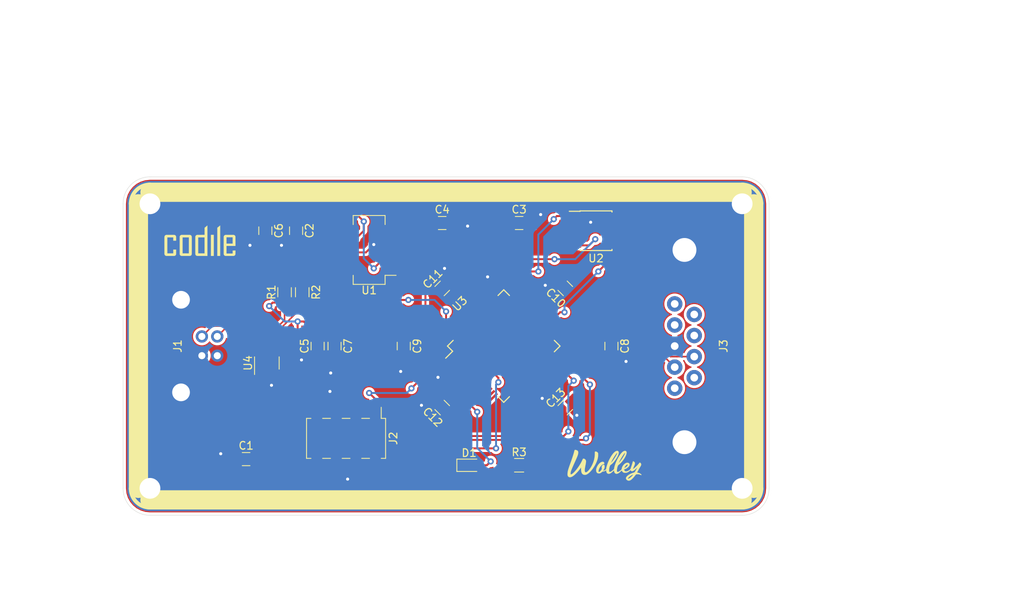
<source format=kicad_pcb>
(kicad_pcb (version 20171130) (host pcbnew "(5.1.2)-1")
  (layers (0 F.Cu signal) (31 B.Cu signal) (34 B.Paste user) (35 F.Paste user) (36 B.SilkS user) (37 F.SilkS user) (38 B.Mask user) (39 F.Mask user) (44 Edge.Cuts user))
  (net 0 "")
  (net 1 GND)
  (net 2 +5V)
  (net 3 "Net-(C2-Pad1)")
  (net 4 USB+)
  (net 5 USB-)
  (net 6 STATUS_LED)
  (net 7 "Net-(D1-Pad1)")
  (net 8 "Net-(R1-Pad2)")
  (net 9 "Net-(R2-Pad2)")
  (net 10 UART_RXD)
  (net 11 "Net-(U1-Pad19)")
  (net 12 "Net-(U1-Pad18)")
  (net 13 "Net-(U1-Pad10)")
  (net 14 "Net-(U1-Pad9)")
  (net 15 "Net-(U1-Pad8)")
  (net 16 "Net-(U1-Pad2)")
  (net 17 "Net-(U1-Pad1)")
  (net 18 UART_TXD)
  (net 19 "Net-(U1-Pad5)")
  (net 20 "Net-(U1-Pad17)")
  (net 21 "Net-(U1-Pad7)")
  (net 22 CAN_STANDBY)
  (net 23 CAN+)
  (net 24 CAN-)
  (net 25 CAN_RxD)
  (net 26 CAN_TxD)
  (net 27 "Net-(U3-Pad33)")
  (net 28 "Net-(U3-Pad17)")
  (net 29 "Net-(U3-Pad3)")
  (net 30 "Net-(U3-Pad4)")
  (net 31 "Net-(U3-Pad5)")
  (net 32 "Net-(U3-Pad6)")
  (net 33 "Net-(U3-Pad7)")
  (net 34 "Net-(U3-Pad8)")
  (net 35 "Net-(U3-Pad10)")
  (net 36 "Net-(U3-Pad11)")
  (net 37 "Net-(U3-Pad12)")
  (net 38 "Net-(U3-Pad13)")
  (net 39 "Net-(U3-Pad14)")
  (net 40 "Net-(U3-Pad15)")
  (net 41 "Net-(U3-Pad16)")
  (net 42 "Net-(U3-Pad18)")
  (net 43 "Net-(U3-Pad21)")
  (net 44 "Net-(U3-Pad22)")
  (net 45 "Net-(U3-Pad26)")
  (net 46 "Net-(U3-Pad27)")
  (net 47 "Net-(U3-Pad28)")
  (net 48 "Net-(U3-Pad29)")
  (net 49 "Net-(U3-Pad30)")
  (net 50 PC_TXD)
  (net 51 PC_RXD)
  (net 52 "Net-(U3-Pad51)")
  (net 53 "Net-(U3-Pad52)")
  (net 54 "Net-(U3-Pad53)")
  (net 55 "Net-(U3-Pad54)")
  (net 56 "Net-(U3-Pad55)")
  (net 57 "Net-(U3-Pad56)")
  (net 58 SWD)
  (net 59 SWCLK)
  (net 60 "Net-(U3-Pad59)")
  (net 61 "Net-(U3-Pad60)")
  (net 62 "Net-(U3-Pad61)")
  (net 63 "Net-(U3-Pad62)")
  (net 64 "Net-(U3-Pad34)")
  (net 65 "Net-(U3-Pad36)")
  (net 66 "Net-(U3-Pad37)")
  (net 67 "Net-(U3-Pad39)")
  (net 68 "Net-(U3-Pad40)")
  (net 69 "Net-(U3-Pad41)")
  (net 70 "Net-(U3-Pad42)")
  (net 71 "Net-(U3-Pad43)")
  (net 72 "Net-(U3-Pad44)")
  (net 73 "Net-(U3-Pad45)")
  (net 74 "Net-(U3-Pad46)")
  (net 75 "Net-(U3-Pad47)")
  (net 76 "Net-(U3-Pad48)")
  (net 77 "Net-(J3-Pad9)")
  (net 78 "Net-(J3-Pad8)")
  (net 79 "Net-(J3-Pad6)")
  (net 80 "Net-(J3-Pad5)")
  (net 81 "Net-(J3-Pad4)")
  (net 82 "Net-(J3-Pad1)")
  (net 83 "Net-(U4-Pad6)")
  (net 84 "Net-(U4-Pad5)")
  (module PCB_Scope:Conn_D-Sub9_Harting_09651626813_THT (layer F.Cu) (at 194 92.5 90)
    (fp_text reference J3 (at 0 5.08 90) (layer F.SilkS))
    (fp_text value DB9_Male)
    (pad 9 thru_hole circle (at 4.11 1.27 90) (size 2 2) (drill 1) (layers *.Cu *.Mask) (net 77 "Net-(J3-Pad9)"))
    (pad 8 thru_hole circle (at 1.37 1.27 90) (size 2 2) (drill 1) (layers *.Cu *.Mask) (net 78 "Net-(J3-Pad8)"))
    (pad 7 thru_hole circle (at -1.37 1.27 90) (size 2 2) (drill 1) (layers *.Cu *.Mask) (net 23 CAN+))
    (pad 6 thru_hole circle (at -4.11 1.27 90) (size 2 2) (drill 1) (layers *.Cu *.Mask) (net 79 "Net-(J3-Pad6)"))
    (pad 5 thru_hole circle (at 5.48 -1.27 90) (size 2 2) (drill 1) (layers *.Cu *.Mask) (net 80 "Net-(J3-Pad5)"))
    (pad 4 thru_hole circle (at 2.74 -1.27 90) (size 2 2) (drill 1) (layers *.Cu *.Mask) (net 81 "Net-(J3-Pad4)"))
    (pad 1 thru_hole circle (at -5.48 -1.27 90) (size 2 2) (drill 1) (layers *.Cu *.Mask) (net 82 "Net-(J3-Pad1)"))
    (pad 2 thru_hole circle (at -2.74 -1.27 90) (size 2 2) (drill 1) (layers *.Cu *.Mask) (net 24 CAN-))
    (pad 3 thru_hole circle (at 0 -1.27 90) (size 2 2) (drill 1) (layers *.Cu *.Mask) (net 1 GND))
    (pad "" thru_hole circle (at 12.5 0 90) (size 4.2 4.2) (drill 3.1) (layers *.Cu *.Mask) (net 1 GND))
    (pad "" thru_hole circle (at -12.5 0 90) (size 4.2 4.2) (drill 3.1) (layers *.Cu *.Mask) (net 1 GND))
  )
  (module PCB_Scope:Conn_USB-B_TE_292304-1_THT (layer F.Cu) (at 121 92.5 270)
    (fp_text reference J1 (at 0 -7.1 90) (layer F.SilkS))
    (fp_text value USB_B)
    (pad 5 thru_hole circle (at 6.02 -7.54 270) (size 3.6 3.6) (drill 2.3) (layers *.Cu *.Mask) (net 1 GND))
    (pad 5 thru_hole circle (at -6.02 -7.54 270) (size 3.6 3.6) (drill 2.3) (layers *.Cu *.Mask) (net 1 GND))
    (pad 1 thru_hole circle (at 1.25 -12.25 270) (size 1.6 1.6) (drill 0.92) (layers *.Cu *.Mask) (net 2 +5V))
    (pad 2 thru_hole circle (at -1.25 -12.25 270) (size 1.6 1.6) (drill 0.92) (layers *.Cu *.Mask) (net 5 USB-))
    (pad 4 thru_hole circle (at 1.25 -10.25 270) (size 1.6 1.6) (drill 0.92) (layers *.Cu *.Mask) (net 1 GND))
    (pad 3 thru_hole circle (at -1.25 -10.25 270) (size 1.6 1.6) (drill 0.92) (layers *.Cu *.Mask) (net 4 USB+))
  )
  (module PCB_Scope:Logo_Wolley_SilkScreen_4mm (layer F.Cu) (at 183.6 108)
    (fp_text reference G*** hide)
    (fp_text value LOGO hide)
  )
  (module PCB_Scope:Logo_Codile_SilkScreen_4mm (layer F.Cu) (at 131 78.8)
    (fp_text reference G*** hide)
    (fp_text value LOGO hide)
  )
  (module PCB_Scope:Pin_Header_Straight_2x04_Pitch2.54mm_SMD (layer F.Cu) (at 150 104.5 270)
    (fp_text reference J2 (at 0 -6.14 90) (layer F.SilkS))
    (fp_text value Debug)
    (pad 1 smd rect (at -3.025 -3.81 270) (size 3.65 1) (layers F.Cu F.Paste F.Mask) (net 59 SWCLK))
    (pad 2 smd rect (at 3.025 -3.81 270) (size 3.65 1) (layers F.Cu F.Paste F.Mask) (net 58 SWD))
    (pad 3 smd rect (at -3.025 -1.27 270) (size 3.65 1) (layers F.Cu F.Paste F.Mask) (net 2 +5V))
    (pad 4 smd rect (at 3.025 -1.27 270) (size 3.65 1) (layers F.Cu F.Paste F.Mask) (net 1 GND))
    (pad 5 smd rect (at -3.025 1.27 270) (size 3.65 1) (layers F.Cu F.Paste F.Mask) (net 1 GND))
    (pad 6 smd rect (at 3.025 1.27 270) (size 3.65 1) (layers F.Cu F.Paste F.Mask) (net 2 +5V))
    (pad 7 smd rect (at -3.025 3.81 270) (size 3.65 1) (layers F.Cu F.Paste F.Mask) (net 50 PC_TXD))
    (pad 8 smd rect (at 3.025 3.81 270) (size 3.65 1) (layers F.Cu F.Paste F.Mask) (net 51 PC_RXD))
  )
  (module PCB_Scope:MountHole_M2.5_2.7mm (layer F.Cu) (at 124.5 74)
    (fp_text reference REF** hide)
    (fp_text value MountHole_M2.5_2.7mm)
    (pad "" thru_hole circle (at 0 0) (size 4.5 4.5) (drill 2.7) (layers *.Cu *.Mask) (net 1 GND))
  )
  (module PCB_Scope:MountHole_M2.5_2.7mm (layer F.Cu) (at 124.5 111)
    (fp_text reference REF** hide)
    (fp_text value MountHole_M2.5_2.7mm)
    (pad "" thru_hole circle (at 0 0) (size 4.5 4.5) (drill 2.7) (layers *.Cu *.Mask) (net 1 GND))
  )
  (module PCB_Scope:MountHole_M2.5_2.7mm (layer F.Cu) (at 201.5 74)
    (fp_text reference REF** hide)
    (fp_text value MountHole_M2.5_2.7mm)
    (pad "" thru_hole circle (at 0 0) (size 4.5 4.5) (drill 2.7) (layers *.Cu *.Mask) (net 1 GND))
  )
  (module PCB_Scope:MountHole_M2.5_2.7mm (layer F.Cu) (at 201.5 111)
    (fp_text reference REF** hide)
    (fp_text value MountHole_M2.5_2.7mm)
    (pad "" thru_hole circle (at 0 0) (size 4.5 4.5) (drill 2.7) (layers *.Cu *.Mask) (net 1 GND))
  )
  (module PCB_Scope:Logo_Wolley_SolderMask_10mm (layer B.Cu) (at 162.5 92.5 180)
    (fp_text reference G*** hide)
    (fp_text value LOGO hide)
  )
  (module Capacitors_SMD:C_0805_HandSoldering (layer F.Cu) (at 137 107.2)
    (fp_text reference C1 (at 0 -1.75) (layer F.SilkS))
    (fp_text value 4.7uF)
    (pad 1 smd rect (at -1.25 0) (size 1.5 1.25) (layers F.Cu F.Paste F.Mask) (net 1 GND))
    (pad 2 smd rect (at 1.25 0) (size 1.5 1.25) (layers F.Cu F.Paste F.Mask) (net 2 +5V))
  )
  (module Capacitors_SMD:C_0805_HandSoldering (layer F.Cu) (at 143.5 77.5 270)
    (fp_text reference C2 (at 0 -1.75 90) (layer F.SilkS))
    (fp_text value 100nF)
    (pad 2 smd rect (at 1.25 0 270) (size 1.5 1.25) (layers F.Cu F.Paste F.Mask) (net 1 GND))
    (pad 1 smd rect (at -1.25 0 270) (size 1.5 1.25) (layers F.Cu F.Paste F.Mask) (net 3 "Net-(C2-Pad1)"))
  )
  (module Capacitors_SMD:C_0805_HandSoldering (layer F.Cu) (at 172.5 76.5)
    (fp_text reference C3 (at 0 -1.75) (layer F.SilkS))
    (fp_text value 100nF)
    (pad 1 smd rect (at -1.25 0) (size 1.5 1.25) (layers F.Cu F.Paste F.Mask) (net 2 +5V))
    (pad 2 smd rect (at 1.25 0) (size 1.5 1.25) (layers F.Cu F.Paste F.Mask) (net 1 GND))
  )
  (module Capacitors_SMD:C_0805_HandSoldering (layer F.Cu) (at 162.5 76.5)
    (fp_text reference C4 (at 0 -1.75) (layer F.SilkS))
    (fp_text value 100nF)
    (pad 2 smd rect (at 1.25 0) (size 1.5 1.25) (layers F.Cu F.Paste F.Mask) (net 1 GND))
    (pad 1 smd rect (at -1.25 0) (size 1.5 1.25) (layers F.Cu F.Paste F.Mask) (net 2 +5V))
  )
  (module Capacitors_SMD:C_0805_HandSoldering (layer F.Cu) (at 146.3 92.5 270)
    (fp_text reference C5 (at 0 1.7 90) (layer F.SilkS))
    (fp_text value 47pF)
    (pad 1 smd rect (at -1.25 0 270) (size 1.5 1.25) (layers F.Cu F.Paste F.Mask) (net 4 USB+))
    (pad 2 smd rect (at 1.25 0 270) (size 1.5 1.25) (layers F.Cu F.Paste F.Mask) (net 1 GND))
  )
  (module Capacitors_SMD:C_0805_HandSoldering (layer F.Cu) (at 139.5 77.5 270)
    (fp_text reference C6 (at 0 -1.75 90) (layer F.SilkS))
    (fp_text value 4.7uF)
    (pad 2 smd rect (at 1.25 0 270) (size 1.5 1.25) (layers F.Cu F.Paste F.Mask) (net 1 GND))
    (pad 1 smd rect (at -1.25 0 270) (size 1.5 1.25) (layers F.Cu F.Paste F.Mask) (net 2 +5V))
  )
  (module Capacitors_SMD:C_0805_HandSoldering (layer F.Cu) (at 148.5 92.5 270)
    (fp_text reference C7 (at 0 -1.75 90) (layer F.SilkS))
    (fp_text value 47pF)
    (pad 2 smd rect (at 1.25 0 270) (size 1.5 1.25) (layers F.Cu F.Paste F.Mask) (net 1 GND))
    (pad 1 smd rect (at -1.25 0 270) (size 1.5 1.25) (layers F.Cu F.Paste F.Mask) (net 5 USB-))
  )
  (module Capacitors_SMD:C_0805_HandSoldering (layer F.Cu) (at 184.5 92.5 270)
    (fp_text reference C8 (at 0 -1.75 90) (layer F.SilkS))
    (fp_text value 100nF)
    (pad 2 smd rect (at 1.25 0 270) (size 1.5 1.25) (layers F.Cu F.Paste F.Mask) (net 1 GND))
    (pad 1 smd rect (at -1.25 0 270) (size 1.5 1.25) (layers F.Cu F.Paste F.Mask) (net 2 +5V))
  )
  (module Capacitors_SMD:C_0805_HandSoldering (layer F.Cu) (at 157.5 92.5 270)
    (fp_text reference C9 (at 0 -1.75 90) (layer F.SilkS))
    (fp_text value 220nF)
    (pad 1 smd rect (at -1.25 0 270) (size 1.5 1.25) (layers F.Cu F.Paste F.Mask) (net 2 +5V))
    (pad 2 smd rect (at 1.25 0 270) (size 1.5 1.25) (layers F.Cu F.Paste F.Mask) (net 1 GND))
  )
  (module Capacitors_SMD:C_0805_HandSoldering (layer F.Cu) (at 178.5 85 135)
    (fp_text reference C10 (at 0 -1.75 135) (layer F.SilkS))
    (fp_text value 100nF)
    (pad 2 smd rect (at 1.25 0 135) (size 1.5 1.25) (layers F.Cu F.Paste F.Mask) (net 1 GND))
    (pad 1 smd rect (at -1.25 0 135) (size 1.5 1.25) (layers F.Cu F.Paste F.Mask) (net 2 +5V))
  )
  (module Capacitors_SMD:C_0805_HandSoldering (layer F.Cu) (at 162.5 85 45)
    (fp_text reference C11 (at 0 -1.75 45) (layer F.SilkS))
    (fp_text value 100nF)
    (pad 2 smd rect (at 1.25 0 45) (size 1.5 1.25) (layers F.Cu F.Paste F.Mask) (net 1 GND))
    (pad 1 smd rect (at -1.25 0 45) (size 1.5 1.25) (layers F.Cu F.Paste F.Mask) (net 2 +5V))
  )
  (module Capacitors_SMD:C_0805_HandSoldering (layer F.Cu) (at 162.5 100.5 135)
    (fp_text reference C12 (at 0 -1.75 135) (layer F.SilkS))
    (fp_text value 100nF)
    (pad 1 smd rect (at -1.25 0 135) (size 1.5 1.25) (layers F.Cu F.Paste F.Mask) (net 2 +5V))
    (pad 2 smd rect (at 1.25 0 135) (size 1.5 1.25) (layers F.Cu F.Paste F.Mask) (net 1 GND))
  )
  (module Capacitors_SMD:C_0805_HandSoldering (layer F.Cu) (at 178.5 100.5 45)
    (fp_text reference C13 (at 0 -1.75 45) (layer F.SilkS))
    (fp_text value 100nF)
    (pad 1 smd rect (at -1.25 0 45) (size 1.5 1.25) (layers F.Cu F.Paste F.Mask) (net 2 +5V))
    (pad 2 smd rect (at 1.25 0 45) (size 1.5 1.25) (layers F.Cu F.Paste F.Mask) (net 1 GND))
  )
  (module Diodes_SMD:D_0805 (layer F.Cu) (at 166 108)
    (fp_text reference D1 (at 0 -1.6) (layer F.SilkS))
    (fp_text value LED)
    (pad 2 smd rect (at 1.05 0) (size 0.8 0.9) (layers F.Cu F.Paste F.Mask) (net 6 STATUS_LED))
    (pad 1 smd rect (at -1.05 0) (size 0.8 0.9) (layers F.Cu F.Paste F.Mask) (net 7 "Net-(D1-Pad1)"))
  )
  (module Resistors_SMD:R_0805_HandSoldering (layer F.Cu) (at 142 85.5 90)
    (fp_text reference R1 (at 0 -1.7 90) (layer F.SilkS))
    (fp_text value 27)
    (pad 2 smd rect (at 1.35 0 90) (size 1.5 1.3) (layers F.Cu F.Paste F.Mask) (net 8 "Net-(R1-Pad2)"))
    (pad 1 smd rect (at -1.35 0 90) (size 1.5 1.3) (layers F.Cu F.Paste F.Mask) (net 4 USB+))
  )
  (module Resistors_SMD:R_0805_HandSoldering (layer F.Cu) (at 144.3 85.5 90)
    (fp_text reference R2 (at 0 1.8 90) (layer F.SilkS))
    (fp_text value 27)
    (pad 1 smd rect (at -1.35 0 90) (size 1.5 1.3) (layers F.Cu F.Paste F.Mask) (net 5 USB-))
    (pad 2 smd rect (at 1.35 0 90) (size 1.5 1.3) (layers F.Cu F.Paste F.Mask) (net 9 "Net-(R2-Pad2)"))
  )
  (module Resistors_SMD:R_0805_HandSoldering (layer F.Cu) (at 172.5 108)
    (fp_text reference R3 (at 0 -1.7) (layer F.SilkS))
    (fp_text value 27)
    (pad 2 smd rect (at 1.35 0) (size 1.5 1.3) (layers F.Cu F.Paste F.Mask) (net 2 +5V))
    (pad 1 smd rect (at -1.35 0) (size 1.5 1.3) (layers F.Cu F.Paste F.Mask) (net 7 "Net-(D1-Pad1)"))
  )
  (module Housings_SSOP:QSOP-20_3.9x8.7mm_Pitch0.635mm (layer F.Cu) (at 153 80 180)
    (fp_text reference U1 (at 0 -5.25) (layer F.SilkS))
    (fp_text value FT232XS)
    (pad 20 smd rect (at 2.6543 -2.8575 180) (size 1.6 0.41) (layers F.Cu F.Paste F.Mask) (net 10 UART_RXD))
    (pad 19 smd rect (at 2.6543 -2.2225 180) (size 1.6 0.41) (layers F.Cu F.Paste F.Mask) (net 11 "Net-(U1-Pad19)"))
    (pad 18 smd rect (at 2.6543 -1.5875 180) (size 1.6 0.41) (layers F.Cu F.Paste F.Mask) (net 12 "Net-(U1-Pad18)"))
    (pad 13 smd rect (at 2.6543 1.5875 180) (size 1.6 0.41) (layers F.Cu F.Paste F.Mask) (net 3 "Net-(C2-Pad1)"))
    (pad 12 smd rect (at 2.6543 2.2225 180) (size 1.6 0.41) (layers F.Cu F.Paste F.Mask) (net 9 "Net-(R2-Pad2)"))
    (pad 11 smd rect (at 2.6543 2.8575 180) (size 1.6 0.41) (layers F.Cu F.Paste F.Mask) (net 8 "Net-(R1-Pad2)"))
    (pad 10 smd rect (at -2.6543 2.8575 180) (size 1.6 0.41) (layers F.Cu F.Paste F.Mask) (net 13 "Net-(U1-Pad10)"))
    (pad 9 smd rect (at -2.6543 2.2225 180) (size 1.6 0.41) (layers F.Cu F.Paste F.Mask) (net 14 "Net-(U1-Pad9)"))
    (pad 8 smd rect (at -2.6543 1.5875 180) (size 1.6 0.41) (layers F.Cu F.Paste F.Mask) (net 15 "Net-(U1-Pad8)"))
    (pad 3 smd rect (at -2.6543 -1.5875 180) (size 1.6 0.41) (layers F.Cu F.Paste F.Mask) (net 3 "Net-(C2-Pad1)"))
    (pad 2 smd rect (at -2.6543 -2.2225 180) (size 1.6 0.41) (layers F.Cu F.Paste F.Mask) (net 16 "Net-(U1-Pad2)"))
    (pad 1 smd rect (at -2.6543 -2.8575 180) (size 1.6 0.41) (layers F.Cu F.Paste F.Mask) (net 17 "Net-(U1-Pad1)"))
    (pad 4 smd rect (at -2.6543 -0.9525 180) (size 1.6 0.41) (layers F.Cu F.Paste F.Mask) (net 18 UART_TXD))
    (pad 5 smd rect (at -2.6543 -0.3175 180) (size 1.6 0.41) (layers F.Cu F.Paste F.Mask) (net 19 "Net-(U1-Pad5)"))
    (pad 16 smd rect (at 2.6543 -0.3175 180) (size 1.6 0.41) (layers F.Cu F.Paste F.Mask) (net 1 GND))
    (pad 17 smd rect (at 2.6543 -0.9525 180) (size 1.6 0.41) (layers F.Cu F.Paste F.Mask) (net 20 "Net-(U1-Pad17)"))
    (pad 6 smd rect (at -2.6543 0.3175 180) (size 1.6 0.41) (layers F.Cu F.Paste F.Mask) (net 1 GND))
    (pad 7 smd rect (at -2.6543 0.9525 180) (size 1.6 0.41) (layers F.Cu F.Paste F.Mask) (net 21 "Net-(U1-Pad7)"))
    (pad 15 smd rect (at 2.6543 0.3175 180) (size 1.6 0.41) (layers F.Cu F.Paste F.Mask) (net 2 +5V))
    (pad 14 smd rect (at 2.6543 0.9525 180) (size 1.6 0.41) (layers F.Cu F.Paste F.Mask) (net 3 "Net-(C2-Pad1)"))
  )
  (module Housings_SOIC:SOIC-8_3.9x4.9mm_Pitch1.27mm (layer F.Cu) (at 182.5 77.5)
    (fp_text reference U2 (at 0 3.6) (layer F.SilkS))
    (fp_text value TLE7251)
    (pad 8 smd rect (at 2.7 -1.905) (size 1.55 0.6) (layers F.Cu F.Paste F.Mask) (net 22 CAN_STANDBY))
    (pad 7 smd rect (at 2.7 -0.635) (size 1.55 0.6) (layers F.Cu F.Paste F.Mask) (net 23 CAN+))
    (pad 6 smd rect (at 2.7 0.635) (size 1.55 0.6) (layers F.Cu F.Paste F.Mask) (net 24 CAN-))
    (pad 5 smd rect (at 2.7 1.905) (size 1.55 0.6) (layers F.Cu F.Paste F.Mask) (net 2 +5V))
    (pad 4 smd rect (at -2.7 1.905) (size 1.55 0.6) (layers F.Cu F.Paste F.Mask) (net 25 CAN_RxD))
    (pad 3 smd rect (at -2.7 0.635) (size 1.55 0.6) (layers F.Cu F.Paste F.Mask) (net 2 +5V))
    (pad 2 smd rect (at -2.7 -0.635) (size 1.55 0.6) (layers F.Cu F.Paste F.Mask) (net 1 GND))
    (pad 1 smd rect (at -2.7 -1.905) (size 1.55 0.6) (layers F.Cu F.Paste F.Mask) (net 26 CAN_TxD))
  )
  (module PCB_Scope:TQFP-64_10x10mm_Pitch0.5mm_Handsoldering (layer F.Cu) (at 170.5 92.5 45)
    (fp_text reference U3 (at -0.141421 -7.919596 45) (layer F.SilkS))
    (fp_text value XMC1404_F064)
    (pad 49 smd rect (at 3.75 -5.95 135) (size 2 0.3) (layers F.Cu F.Paste F.Mask) (net 1 GND))
    (pad 33 smd rect (at 5.95 3.75 45) (size 2 0.3) (layers F.Cu F.Paste F.Mask) (net 27 "Net-(U3-Pad33)"))
    (pad 17 smd rect (at -3.75 5.95 135) (size 2 0.3) (layers F.Cu F.Paste F.Mask) (net 28 "Net-(U3-Pad17)"))
    (pad 1 smd rect (at -5.95 -3.75 45) (size 2 0.3) (layers F.Cu F.Paste F.Mask) (net 1 GND))
    (pad 2 smd rect (at -5.95 -3.25 45) (size 2 0.3) (layers F.Cu F.Paste F.Mask) (net 2 +5V))
    (pad 3 smd rect (at -5.95 -2.75 45) (size 2 0.3) (layers F.Cu F.Paste F.Mask) (net 29 "Net-(U3-Pad3)"))
    (pad 4 smd rect (at -5.95 -2.25 45) (size 2 0.3) (layers F.Cu F.Paste F.Mask) (net 30 "Net-(U3-Pad4)"))
    (pad 5 smd rect (at -5.95 -1.75 45) (size 2 0.3) (layers F.Cu F.Paste F.Mask) (net 31 "Net-(U3-Pad5)"))
    (pad 6 smd rect (at -5.95 -1.25 45) (size 2 0.3) (layers F.Cu F.Paste F.Mask) (net 32 "Net-(U3-Pad6)"))
    (pad 7 smd rect (at -5.95 -0.75 45) (size 2 0.3) (layers F.Cu F.Paste F.Mask) (net 33 "Net-(U3-Pad7)"))
    (pad 8 smd rect (at -5.95 -0.25 45) (size 2 0.3) (layers F.Cu F.Paste F.Mask) (net 34 "Net-(U3-Pad8)"))
    (pad 9 smd rect (at -5.95 0.25 45) (size 2 0.3) (layers F.Cu F.Paste F.Mask) (net 6 STATUS_LED))
    (pad 10 smd rect (at -5.95 0.75 45) (size 2 0.3) (layers F.Cu F.Paste F.Mask) (net 35 "Net-(U3-Pad10)"))
    (pad 11 smd rect (at -5.95 1.25 45) (size 2 0.3) (layers F.Cu F.Paste F.Mask) (net 36 "Net-(U3-Pad11)"))
    (pad 12 smd rect (at -5.95 1.75 45) (size 2 0.3) (layers F.Cu F.Paste F.Mask) (net 37 "Net-(U3-Pad12)"))
    (pad 13 smd rect (at -5.95 2.25 45) (size 2 0.3) (layers F.Cu F.Paste F.Mask) (net 38 "Net-(U3-Pad13)"))
    (pad 14 smd rect (at -5.95 2.75 45) (size 2 0.3) (layers F.Cu F.Paste F.Mask) (net 39 "Net-(U3-Pad14)"))
    (pad 15 smd rect (at -5.95 3.25 45) (size 2 0.3) (layers F.Cu F.Paste F.Mask) (net 40 "Net-(U3-Pad15)"))
    (pad 16 smd rect (at -5.95 3.75 45) (size 2 0.3) (layers F.Cu F.Paste F.Mask) (net 41 "Net-(U3-Pad16)"))
    (pad 18 smd rect (at -3.25 5.95 135) (size 2 0.3) (layers F.Cu F.Paste F.Mask) (net 42 "Net-(U3-Pad18)"))
    (pad 19 smd rect (at -2.75 5.95 135) (size 2 0.3) (layers F.Cu F.Paste F.Mask) (net 25 CAN_RxD))
    (pad 20 smd rect (at -2.25 5.95 135) (size 2 0.3) (layers F.Cu F.Paste F.Mask) (net 26 CAN_TxD))
    (pad 21 smd rect (at -1.75 5.95 135) (size 2 0.3) (layers F.Cu F.Paste F.Mask) (net 43 "Net-(U3-Pad21)"))
    (pad 22 smd rect (at -1.25 5.95 135) (size 2 0.3) (layers F.Cu F.Paste F.Mask) (net 44 "Net-(U3-Pad22)"))
    (pad 23 smd rect (at -0.75 5.95 135) (size 2 0.3) (layers F.Cu F.Paste F.Mask) (net 1 GND))
    (pad 24 smd rect (at -0.25 5.95 135) (size 2 0.3) (layers F.Cu F.Paste F.Mask) (net 2 +5V))
    (pad 25 smd rect (at 0.25 5.95 135) (size 2 0.3) (layers F.Cu F.Paste F.Mask) (net 2 +5V))
    (pad 26 smd rect (at 0.75 5.95 135) (size 2 0.3) (layers F.Cu F.Paste F.Mask) (net 45 "Net-(U3-Pad26)"))
    (pad 27 smd rect (at 1.25 5.95 135) (size 2 0.3) (layers F.Cu F.Paste F.Mask) (net 46 "Net-(U3-Pad27)"))
    (pad 28 smd rect (at 1.75 5.95 135) (size 2 0.3) (layers F.Cu F.Paste F.Mask) (net 47 "Net-(U3-Pad28)"))
    (pad 29 smd rect (at 2.25 5.95 135) (size 2 0.3) (layers F.Cu F.Paste F.Mask) (net 48 "Net-(U3-Pad29)"))
    (pad 30 smd rect (at 2.75 5.95 135) (size 2 0.3) (layers F.Cu F.Paste F.Mask) (net 49 "Net-(U3-Pad30)"))
    (pad 31 smd rect (at 3.25 5.95 135) (size 2 0.3) (layers F.Cu F.Paste F.Mask) (net 50 PC_TXD))
    (pad 32 smd rect (at 3.75 5.95 135) (size 2 0.3) (layers F.Cu F.Paste F.Mask) (net 51 PC_RXD))
    (pad 50 smd rect (at 3.25 -5.95 135) (size 2 0.3) (layers F.Cu F.Paste F.Mask) (net 2 +5V))
    (pad 51 smd rect (at 2.75 -5.95 135) (size 2 0.3) (layers F.Cu F.Paste F.Mask) (net 52 "Net-(U3-Pad51)"))
    (pad 52 smd rect (at 2.25 -5.95 135) (size 2 0.3) (layers F.Cu F.Paste F.Mask) (net 53 "Net-(U3-Pad52)"))
    (pad 53 smd rect (at 1.75 -5.95 135) (size 2 0.3) (layers F.Cu F.Paste F.Mask) (net 54 "Net-(U3-Pad53)"))
    (pad 54 smd rect (at 1.25 -5.95 135) (size 2 0.3) (layers F.Cu F.Paste F.Mask) (net 55 "Net-(U3-Pad54)"))
    (pad 55 smd rect (at 0.75 -5.95 135) (size 2 0.3) (layers F.Cu F.Paste F.Mask) (net 56 "Net-(U3-Pad55)"))
    (pad 56 smd rect (at 0.25 -5.95 135) (size 2 0.3) (layers F.Cu F.Paste F.Mask) (net 57 "Net-(U3-Pad56)"))
    (pad 57 smd rect (at -0.25 -5.95 135) (size 2 0.3) (layers F.Cu F.Paste F.Mask) (net 58 SWD))
    (pad 58 smd rect (at -0.75 -5.95 135) (size 2 0.3) (layers F.Cu F.Paste F.Mask) (net 59 SWCLK))
    (pad 59 smd rect (at -1.25 -5.95 135) (size 2 0.3) (layers F.Cu F.Paste F.Mask) (net 60 "Net-(U3-Pad59)"))
    (pad 60 smd rect (at -1.75 -5.95 135) (size 2 0.3) (layers F.Cu F.Paste F.Mask) (net 61 "Net-(U3-Pad60)"))
    (pad 61 smd rect (at -2.25 -5.95 135) (size 2 0.3) (layers F.Cu F.Paste F.Mask) (net 62 "Net-(U3-Pad61)"))
    (pad 62 smd rect (at -2.75 -5.95 135) (size 2 0.3) (layers F.Cu F.Paste F.Mask) (net 63 "Net-(U3-Pad62)"))
    (pad 63 smd rect (at -3.25 -5.95 135) (size 2 0.3) (layers F.Cu F.Paste F.Mask) (net 10 UART_RXD))
    (pad 64 smd rect (at -3.75 -5.95 135) (size 2 0.3) (layers F.Cu F.Paste F.Mask) (net 18 UART_TXD))
    (pad 34 smd rect (at 5.95 3.25 45) (size 2 0.3) (layers F.Cu F.Paste F.Mask) (net 64 "Net-(U3-Pad34)"))
    (pad 35 smd rect (at 5.95 2.75 45) (size 2 0.3) (layers F.Cu F.Paste F.Mask) (net 2 +5V))
    (pad 36 smd rect (at 5.95 2.25 45) (size 2 0.3) (layers F.Cu F.Paste F.Mask) (net 65 "Net-(U3-Pad36)"))
    (pad 37 smd rect (at 5.95 1.75 45) (size 2 0.3) (layers F.Cu F.Paste F.Mask) (net 66 "Net-(U3-Pad37)"))
    (pad 38 smd rect (at 5.95 1.25 45) (size 2 0.3) (layers F.Cu F.Paste F.Mask) (net 22 CAN_STANDBY))
    (pad 39 smd rect (at 5.95 0.75 45) (size 2 0.3) (layers F.Cu F.Paste F.Mask) (net 67 "Net-(U3-Pad39)"))
    (pad 40 smd rect (at 5.95 0.25 45) (size 2 0.3) (layers F.Cu F.Paste F.Mask) (net 68 "Net-(U3-Pad40)"))
    (pad 41 smd rect (at 5.95 -0.25 45) (size 2 0.3) (layers F.Cu F.Paste F.Mask) (net 69 "Net-(U3-Pad41)"))
    (pad 42 smd rect (at 5.95 -0.75 45) (size 2 0.3) (layers F.Cu F.Paste F.Mask) (net 70 "Net-(U3-Pad42)"))
    (pad 43 smd rect (at 5.95 -1.25 45) (size 2 0.3) (layers F.Cu F.Paste F.Mask) (net 71 "Net-(U3-Pad43)"))
    (pad 44 smd rect (at 5.95 -1.75 45) (size 2 0.3) (layers F.Cu F.Paste F.Mask) (net 72 "Net-(U3-Pad44)"))
    (pad 45 smd rect (at 5.95 -2.25 45) (size 2 0.3) (layers F.Cu F.Paste F.Mask) (net 73 "Net-(U3-Pad45)"))
    (pad 46 smd rect (at 5.95 -2.75 45) (size 2 0.3) (layers F.Cu F.Paste F.Mask) (net 74 "Net-(U3-Pad46)"))
    (pad 47 smd rect (at 5.95 -3.25 45) (size 2 0.3) (layers F.Cu F.Paste F.Mask) (net 75 "Net-(U3-Pad47)"))
    (pad 48 smd rect (at 5.95 -3.75 45) (size 2 0.3) (layers F.Cu F.Paste F.Mask) (net 76 "Net-(U3-Pad48)"))
  )
  (module Housings_SSOP:TSOP-6_1.65x3.05mm_Pitch0.95mm (layer F.Cu) (at 139.7 94.7 90)
    (fp_text reference U4 (at 0 -2.45 90) (layer F.SilkS))
    (fp_text value ESD5V5U5ULC)
    (pad 6 smd rect (at 1.16 -0.95 90) (size 0.7 0.51) (layers F.Cu F.Paste F.Mask) (net 83 "Net-(U4-Pad6)"))
    (pad 5 smd rect (at 1.16 0 90) (size 0.7 0.51) (layers F.Cu F.Paste F.Mask) (net 84 "Net-(U4-Pad5)"))
    (pad 4 smd rect (at 1.16 0.95 90) (size 0.7 0.51) (layers F.Cu F.Paste F.Mask) (net 5 USB-))
    (pad 3 smd rect (at -1.16 0.95 90) (size 0.7 0.51) (layers F.Cu F.Paste F.Mask) (net 4 USB+))
    (pad 2 smd rect (at -1.16 0 90) (size 0.7 0.51) (layers F.Cu F.Paste F.Mask) (net 1 GND))
    (pad 1 smd rect (at -1.16 -0.95 90) (size 0.7 0.51) (layers F.Cu F.Paste F.Mask) (net 2 +5V))
  )
  (gr_line (start 203 74) (end 203 111) (layer F.SilkS) (width 2.5))
  (gr_line (start 124.5 112.5) (end 201.5 112.5) (layer F.SilkS) (width 2.5))
  (gr_arc (start 201.5 74) (end 204 74) (angle -90) (layer F.SilkS) (width 0.5))
  (gr_arc (start 201.5 111) (end 201.5 113.5) (angle -90) (layer F.SilkS) (width 0.5))
  (gr_arc (start 124.5 111) (end 122 111) (angle -90) (layer F.SilkS) (width 0.5))
  (gr_line (start 123 74) (end 123 111) (layer F.SilkS) (width 2.5))
  (gr_arc (start 124.5 74) (end 124.5 71.5) (angle -90) (layer F.SilkS) (width 0.5))
  (gr_line (start 124.5 72.5) (end 201.5 72.5) (layer F.SilkS) (width 2.5))
  (gr_arc (start 124.5 74) (end 124.5 70.5) (angle -90) (layer Edge.Cuts) (width 0.05))
  (gr_arc (start 124.5 111) (end 121 111) (angle -90) (layer Edge.Cuts) (width 0.05))
  (gr_arc (start 201.5 111) (end 201.5 114.5) (angle -90) (layer Edge.Cuts) (width 0.05))
  (gr_arc (start 201.5 74) (end 205 74) (angle -90) (layer Edge.Cuts) (width 0.05))
  (gr_line (start 205 111) (end 205 74) (layer Edge.Cuts) (width 0.05))
  (gr_line (start 124.5 114.5) (end 201.5 114.5) (layer Edge.Cuts) (width 0.05))
  (gr_line (start 121 74) (end 121 111) (layer Edge.Cuts) (width 0.05))
  (gr_line (start 201.5 70.5) (end 124.5 70.5) (layer Edge.Cuts) (width 0.05))
  (via (at 165.8 76.9) (size 0.8) (drill 0.4) (layers F.Cu B.Cu) (net 1))
  (segment (start 163.75 76.5) (end 165.4 76.5) (width 0.75) (layer F.Cu) (net 1))
  (segment (start 165.4 76.5) (end 165.8 76.9) (width 0.75) (layer F.Cu) (net 1))
  (via (at 175.3 75.4) (size 0.8) (drill 0.4) (layers F.Cu B.Cu) (net 1))
  (segment (start 173.75 76.5) (end 174.2 76.5) (width 0.75) (layer F.Cu) (net 1))
  (segment (start 174.2 76.5) (end 175.3 75.4) (width 0.75) (layer F.Cu) (net 1))
  (via (at 181.8 76.4) (size 0.8) (drill 0.4) (layers F.Cu B.Cu) (net 1))
  (segment (start 179.8 76.865) (end 181.335 76.865) (width 0.75) (layer F.Cu) (net 1))
  (segment (start 181.335 76.865) (end 181.8 76.4) (width 0.75) (layer F.Cu) (net 1))
  (via (at 141.6 79.4) (size 0.8) (drill 0.4) (layers F.Cu B.Cu) (net 1))
  (segment (start 143.5 78.75) (end 142.25 78.75) (width 0.75) (layer F.Cu) (net 1))
  (segment (start 142.25 78.75) (end 141.6 79.4) (width 0.75) (layer F.Cu) (net 1))
  (via (at 137.5 79.4) (size 0.8) (drill 0.4) (layers F.Cu B.Cu) (net 1))
  (segment (start 139.5 78.75) (end 138.15 78.75) (width 0.75) (layer F.Cu) (net 1))
  (segment (start 138.15 78.75) (end 137.5 79.4) (width 0.75) (layer F.Cu) (net 1))
  (via (at 133.7 106.5) (size 0.8) (drill 0.4) (layers F.Cu B.Cu) (net 1))
  (segment (start 135.75 107.2) (end 134.4 107.2) (width 0.75) (layer F.Cu) (net 1))
  (segment (start 134.4 107.2) (end 133.7 106.5) (width 0.75) (layer F.Cu) (net 1))
  (via (at 147.9 98.4) (size 0.8) (drill 0.4) (layers F.Cu B.Cu) (net 1))
  (segment (start 148.73 101.475) (end 148.73 99.23) (width 0.75) (layer F.Cu) (net 1))
  (segment (start 148.73 99.23) (end 147.9 98.4) (width 0.75) (layer F.Cu) (net 1))
  (via (at 159.8 100.2) (size 0.8) (drill 0.4) (layers F.Cu B.Cu) (net 1))
  (segment (start 161.616117 99.616117) (end 160.383883 99.616117) (width 0.75) (layer F.Cu) (net 1))
  (segment (start 160.383883 99.616117) (end 159.8 100.2) (width 0.75) (layer F.Cu) (net 1))
  (via (at 180 101.5) (size 0.8) (drill 0.4) (layers F.Cu B.Cu) (net 1))
  (segment (start 179.383883 99.616117) (end 179.383883 100.883883) (width 0.75) (layer F.Cu) (net 1))
  (segment (start 179.383883 100.883883) (end 180 101.5) (width 0.75) (layer F.Cu) (net 1))
  (via (at 186.4 94.5) (size 0.8) (drill 0.4) (layers F.Cu B.Cu) (net 1))
  (segment (start 184.5 93.75) (end 185.65 93.75) (width 0.75) (layer F.Cu) (net 1))
  (segment (start 185.65 93.75) (end 186.4 94.5) (width 0.75) (layer F.Cu) (net 1))
  (via (at 175.9 84.6) (size 0.8) (drill 0.4) (layers F.Cu B.Cu) (net 1))
  (segment (start 177.616117 84.116117) (end 176.383883 84.116117) (width 0.75) (layer F.Cu) (net 1))
  (segment (start 176.383883 84.116117) (end 175.9 84.6) (width 0.75) (layer F.Cu) (net 1))
  (via (at 162.8 82.4) (size 0.8) (drill 0.4) (layers F.Cu B.Cu) (net 1))
  (segment (start 163.383883 84.116117) (end 163.383883 82.983883) (width 0.75) (layer F.Cu) (net 1))
  (segment (start 163.383883 82.983883) (end 162.8 82.4) (width 0.75) (layer F.Cu) (net 1))
  (via (at 140.3 97.6) (size 0.8) (drill 0.4) (layers F.Cu B.Cu) (net 1))
  (segment (start 139.7 95.86) (end 139.7 97) (width 0.5) (layer F.Cu) (net 1))
  (segment (start 139.7 97) (end 140.3 97.6) (width 0.5) (layer F.Cu) (net 1))
  (via (at 153.6 79.3) (size 0.8) (drill 0.4) (layers F.Cu B.Cu) (net 1))
  (segment (start 150.3457 80.3175) (end 152.5825 80.3175) (width 0.25) (layer F.Cu) (net 1))
  (segment (start 152.5825 80.3175) (end 153.6 79.3) (width 0.25) (layer F.Cu) (net 1))
  (segment (start 153.9825 79.6825) (end 153.6 79.3) (width 0.25) (layer F.Cu) (net 1))
  (segment (start 155.6543 79.6825) (end 153.9825 79.6825) (width 0.25) (layer F.Cu) (net 1))
  (via (at 144.2 94.3) (size 0.8) (drill 0.4) (layers F.Cu B.Cu) (net 1))
  (segment (start 144.75 93.75) (end 144.599999 93.900001) (width 0.75) (layer F.Cu) (net 1))
  (segment (start 144.599999 93.900001) (end 144.2 94.3) (width 0.75) (layer F.Cu) (net 1))
  (segment (start 146.3 93.75) (end 144.75 93.75) (width 0.75) (layer F.Cu) (net 1))
  (segment (start 174.176955 97.237615) (end 175.5 98.56066) (width 0.25) (layer F.Cu) (net 1))
  (via (at 175.5 99.3) (size 0.8) (drill 0.4) (layers F.Cu B.Cu) (net 1))
  (segment (start 175.5 98.56066) (end 175.5 99.3) (width 0.25) (layer F.Cu) (net 1))
  (via (at 161.948289 96.56403) (size 0.8) (drill 0.4) (layers F.Cu B.Cu) (net 1))
  (segment (start 161.780881 96.396622) (end 161.948289 96.56403) (width 0.25) (layer F.Cu) (net 1))
  (segment (start 163.641064 94.055635) (end 161.780881 95.915818) (width 0.25) (layer F.Cu) (net 1))
  (segment (start 161.780881 95.915818) (end 161.780881 96.396622) (width 0.25) (layer F.Cu) (net 1))
  (via (at 168.4 83.5) (size 0.8) (drill 0.4) (layers F.Cu B.Cu) (net 1))
  (segment (start 168.944365 85.641064) (end 168.944365 84.044365) (width 0.25) (layer F.Cu) (net 1))
  (segment (start 168.944365 84.044365) (end 168.4 83.5) (width 0.25) (layer F.Cu) (net 1))
  (via (at 157.1 95.8) (size 0.8) (drill 0.4) (layers F.Cu B.Cu) (net 1))
  (segment (start 157.5 93.75) (end 157.499999 95.400001) (width 0.75) (layer F.Cu) (net 1))
  (segment (start 157.499999 95.400001) (end 157.1 95.8) (width 0.75) (layer F.Cu) (net 1))
  (via (at 148 96) (size 0.8) (drill 0.4) (layers F.Cu B.Cu) (net 1))
  (segment (start 148.5 95.5) (end 148.399999 95.600001) (width 0.75) (layer F.Cu) (net 1))
  (segment (start 148.399999 95.600001) (end 148 96) (width 0.75) (layer F.Cu) (net 1))
  (segment (start 148.5 93.75) (end 148.5 95.5) (width 0.75) (layer F.Cu) (net 1))
  (via (at 150.199997 109.800003) (size 0.8) (drill 0.4) (layers F.Cu B.Cu) (net 1))
  (segment (start 151.27 107.525) (end 151.27 108.73) (width 0.75) (layer F.Cu) (net 1))
  (segment (start 150.599996 109.400004) (end 150.199997 109.800003) (width 0.75) (layer F.Cu) (net 1))
  (segment (start 151.27 108.73) (end 150.599996 109.400004) (width 0.75) (layer F.Cu) (net 1))
  (segment (start 163.994618 94.409188) (end 162.403806 96) (width 0.25) (layer F.Cu) (net 2))
  (segment (start 167.396194 84.8) (end 167 84.8) (width 0.25) (layer F.Cu) (net 2))
  (segment (start 168.590812 85.994618) (end 167.396194 84.8) (width 0.25) (layer F.Cu) (net 2))
  (segment (start 169.375441 86.779247) (end 169.375441 87.675441) (width 0.25) (layer F.Cu) (net 2))
  (segment (start 168.590812 85.994618) (end 169.375441 86.779247) (width 0.25) (layer F.Cu) (net 2))
  (segment (start 175.6 91.289087) (end 175.410913 91.289087) (width 0.25) (layer F.Cu) (net 2))
  (segment (start 176.651829 90.237258) (end 175.6 91.289087) (width 0.25) (layer F.Cu) (net 2))
  (segment (start 176.651829 90.237258) (end 177.689087 89.2) (width 0.25) (layer F.Cu) (net 2))
  (segment (start 149.2957 79.6825) (end 149.1782 79.8) (width 0.25) (layer F.Cu) (net 2))
  (segment (start 150.3457 79.6825) (end 149.2957 79.6825) (width 0.25) (layer F.Cu) (net 2))
  (segment (start 151.122499 79.577501) (end 151.522499 79.577501) (width 0.25) (layer F.Cu) (net 2))
  (segment (start 150.3457 79.6825) (end 151.0175 79.6825) (width 0.25) (layer F.Cu) (net 2))
  (segment (start 151.0175 79.6825) (end 151.122499 79.577501) (width 0.25) (layer F.Cu) (net 2))
  (segment (start 151.3957 78.4125) (end 150.3457 78.4125) (width 0.25) (layer F.Cu) (net 3))
  (segment (start 144.375 76.25) (end 145.525 75.1) (width 0.25) (layer F.Cu) (net 3))
  (segment (start 143.5 76.25) (end 144.375 76.25) (width 0.25) (layer F.Cu) (net 3))
  (segment (start 145.525 75.1) (end 151.1 75.1) (width 0.25) (layer F.Cu) (net 3))
  (segment (start 151.1 75.1) (end 152.3 76.3) (width 0.25) (layer F.Cu) (net 3))
  (segment (start 152.3 76.3) (end 152.3 77.5082) (width 0.25) (layer F.Cu) (net 3))
  (segment (start 152.3 77.5082) (end 151.3957 78.4125) (width 0.25) (layer F.Cu) (net 3))
  (segment (start 150.9407 79.0475) (end 150.3457 79.0475) (width 0.25) (layer F.Cu) (net 3))
  (segment (start 151.3957 78.5925) (end 150.9407 79.0475) (width 0.25) (layer F.Cu) (net 3))
  (segment (start 151.3957 78.4125) (end 151.3957 78.5925) (width 0.25) (layer F.Cu) (net 3))
  (via (at 152.3 76.3) (size 0.8) (drill 0.4) (layers F.Cu B.Cu) (net 3))
  (segment (start 155.6543 81.5875) (end 154.4125 81.5875) (width 0.25) (layer F.Cu) (net 3))
  (segment (start 152.3 81.1) (end 153.200001 82.000001) (width 0.25) (layer B.Cu) (net 3))
  (segment (start 153.999999 82.000001) (end 153.6 82.4) (width 0.25) (layer F.Cu) (net 3))
  (segment (start 153.200001 82.000001) (end 153.6 82.4) (width 0.25) (layer B.Cu) (net 3))
  (segment (start 152.3 76.3) (end 152.3 81.1) (width 0.25) (layer B.Cu) (net 3))
  (segment (start 154.4125 81.5875) (end 153.999999 82.000001) (width 0.25) (layer F.Cu) (net 3))
  (via (at 153.6 82.4) (size 0.8) (drill 0.4) (layers F.Cu B.Cu) (net 3))
  (via (at 140 87.299998) (size 0.8) (drill 0.4) (layers F.Cu B.Cu) (net 4))
  (segment (start 140.449998 86.85) (end 140.399999 86.899999) (width 0.25) (layer F.Cu) (net 4))
  (segment (start 140.399999 86.899999) (end 140 87.299998) (width 0.25) (layer F.Cu) (net 4))
  (segment (start 142 86.85) (end 140.449998 86.85) (width 0.25) (layer F.Cu) (net 4))
  (segment (start 134.634669 89.9) (end 132.6 89.9) (width 0.2) (layer F.Cu) (net 4))
  (segment (start 134.760467 89.914174) (end 134.634669 89.9) (width 0.2) (layer F.Cu) (net 4))
  (segment (start 134.879957 89.955985) (end 134.760467 89.914174) (width 0.2) (layer F.Cu) (net 4))
  (segment (start 135.076662 90.112852) (end 134.987147 90.023337) (width 0.2) (layer F.Cu) (net 4))
  (segment (start 135.185825 90.339532) (end 135.144014 90.220042) (width 0.2) (layer F.Cu) (net 4))
  (segment (start 135.2 90.46533) (end 135.185825 90.339532) (width 0.2) (layer F.Cu) (net 4))
  (segment (start 135.2 90.9) (end 135.2 90.46533) (width 0.2) (layer F.Cu) (net 4))
  (segment (start 135.219806 90.986776) (end 135.205014 90.944504) (width 0.2) (layer F.Cu) (net 4))
  (segment (start 135.243633 91.024697) (end 135.219806 90.986776) (width 0.2) (layer F.Cu) (net 4))
  (segment (start 135.275302 91.056366) (end 135.243633 91.024697) (width 0.2) (layer F.Cu) (net 4))
  (segment (start 135.313223 91.080193) (end 135.275302 91.056366) (width 0.2) (layer F.Cu) (net 4))
  (segment (start 135.355495 91.094985) (end 135.313223 91.080193) (width 0.2) (layer F.Cu) (net 4))
  (segment (start 135.4 91.1) (end 135.355495 91.094985) (width 0.2) (layer F.Cu) (net 4))
  (segment (start 135.444504 91.094985) (end 135.4 91.1) (width 0.2) (layer F.Cu) (net 4))
  (segment (start 135.486776 91.080193) (end 135.444504 91.094985) (width 0.2) (layer F.Cu) (net 4))
  (segment (start 135.524697 91.056366) (end 135.486776 91.080193) (width 0.2) (layer F.Cu) (net 4))
  (segment (start 135.556366 91.024697) (end 135.524697 91.056366) (width 0.2) (layer F.Cu) (net 4))
  (segment (start 135.580193 90.986776) (end 135.556366 91.024697) (width 0.2) (layer F.Cu) (net 4))
  (segment (start 135.594985 90.944504) (end 135.580193 90.986776) (width 0.2) (layer F.Cu) (net 4))
  (segment (start 135.6 90.9) (end 135.594985 90.944504) (width 0.2) (layer F.Cu) (net 4))
  (segment (start 135.6 89.265331) (end 135.6 90.9) (width 0.2) (layer F.Cu) (net 4))
  (segment (start 135.614174 89.139533) (end 135.6 89.265331) (width 0.2) (layer F.Cu) (net 4))
  (segment (start 135.655985 89.020043) (end 135.614174 89.139533) (width 0.2) (layer F.Cu) (net 4))
  (segment (start 135.723337 88.912853) (end 135.655985 89.020043) (width 0.2) (layer F.Cu) (net 4))
  (segment (start 135.812852 88.823338) (end 135.723337 88.912853) (width 0.2) (layer F.Cu) (net 4))
  (segment (start 135.920042 88.755986) (end 135.812852 88.823338) (width 0.2) (layer F.Cu) (net 4))
  (segment (start 136.039532 88.714175) (end 135.920042 88.755986) (width 0.2) (layer F.Cu) (net 4))
  (segment (start 136.16533 88.7) (end 136.039532 88.714175) (width 0.2) (layer F.Cu) (net 4))
  (segment (start 136.234669 88.7) (end 136.16533 88.7) (width 0.2) (layer F.Cu) (net 4))
  (segment (start 136.360467 88.714175) (end 136.234669 88.7) (width 0.2) (layer F.Cu) (net 4))
  (segment (start 136.479957 88.755986) (end 136.360467 88.714175) (width 0.2) (layer F.Cu) (net 4))
  (segment (start 138.644504 91.094985) (end 138.6 91.1) (width 0.2) (layer F.Cu) (net 4))
  (segment (start 140.2 89.9) (end 140.155495 89.894986) (width 0.2) (layer F.Cu) (net 4))
  (segment (start 138.724697 91.056366) (end 138.686776 91.080193) (width 0.2) (layer F.Cu) (net 4))
  (segment (start 142 89.1) (end 141.2 89.9) (width 0.2) (layer F.Cu) (net 4))
  (segment (start 138.780193 90.986776) (end 138.756366 91.024697) (width 0.2) (layer F.Cu) (net 4))
  (segment (start 138.8 90.9) (end 138.794985 90.944504) (width 0.2) (layer F.Cu) (net 4))
  (segment (start 138.8 89.265331) (end 138.8 90.9) (width 0.2) (layer F.Cu) (net 4))
  (segment (start 138.855985 89.020043) (end 138.814174 89.139533) (width 0.2) (layer F.Cu) (net 4))
  (segment (start 139.876662 88.912853) (end 139.787147 88.823338) (width 0.2) (layer F.Cu) (net 4))
  (segment (start 139.012852 88.823338) (end 138.923337 88.912853) (width 0.2) (layer F.Cu) (net 4))
  (segment (start 139.120042 88.755986) (end 139.012852 88.823338) (width 0.2) (layer F.Cu) (net 4))
  (segment (start 139.239532 88.714175) (end 139.120042 88.755986) (width 0.2) (layer F.Cu) (net 4))
  (segment (start 139.36533 88.7) (end 139.239532 88.714175) (width 0.2) (layer F.Cu) (net 4))
  (segment (start 139.560467 88.714175) (end 139.434669 88.7) (width 0.2) (layer F.Cu) (net 4))
  (segment (start 139.985825 89.139533) (end 139.944014 89.020043) (width 0.2) (layer F.Cu) (net 4))
  (segment (start 138.923337 88.912853) (end 138.855985 89.020043) (width 0.2) (layer F.Cu) (net 4))
  (segment (start 139.679957 88.755986) (end 139.560467 88.714175) (width 0.2) (layer F.Cu) (net 4))
  (segment (start 135.205014 90.944504) (end 135.2 90.9) (width 0.2) (layer F.Cu) (net 4))
  (segment (start 140.113223 89.880194) (end 140.075302 89.856367) (width 0.2) (layer F.Cu) (net 4))
  (segment (start 137.156366 91.024697) (end 137.124697 91.056366) (width 0.2) (layer F.Cu) (net 4))
  (segment (start 138.814174 89.139533) (end 138.8 89.265331) (width 0.2) (layer F.Cu) (net 4))
  (segment (start 140.155495 89.894986) (end 140.113223 89.880194) (width 0.2) (layer F.Cu) (net 4))
  (segment (start 136.843633 91.024697) (end 136.819806 90.986776) (width 0.2) (layer F.Cu) (net 4))
  (segment (start 134.987147 90.023337) (end 134.879957 89.955985) (width 0.2) (layer F.Cu) (net 4))
  (segment (start 141.2 89.9) (end 140.2 89.9) (width 0.2) (layer F.Cu) (net 4))
  (segment (start 137.255985 89.020043) (end 137.214174 89.139533) (width 0.2) (layer F.Cu) (net 4))
  (segment (start 138.6 91.1) (end 138.555495 91.094985) (width 0.2) (layer F.Cu) (net 4))
  (segment (start 140.075302 89.856367) (end 140.043633 89.824698) (width 0.2) (layer F.Cu) (net 4))
  (segment (start 138.756366 91.024697) (end 138.724697 91.056366) (width 0.2) (layer F.Cu) (net 4))
  (segment (start 135.144014 90.220042) (end 135.076662 90.112852) (width 0.2) (layer F.Cu) (net 4))
  (segment (start 142 86.85) (end 142 89.1) (width 0.2) (layer F.Cu) (net 4))
  (segment (start 136.819806 90.986776) (end 136.805014 90.944504) (width 0.2) (layer F.Cu) (net 4))
  (segment (start 140.043633 89.824698) (end 140.019806 89.786777) (width 0.2) (layer F.Cu) (net 4))
  (segment (start 136.8 89.265331) (end 136.785825 89.139533) (width 0.2) (layer F.Cu) (net 4))
  (segment (start 138.686776 91.080193) (end 138.644504 91.094985) (width 0.2) (layer F.Cu) (net 4))
  (segment (start 139.944014 89.020043) (end 139.876662 88.912853) (width 0.2) (layer F.Cu) (net 4))
  (segment (start 138.555495 91.094985) (end 138.513223 91.080193) (width 0.2) (layer F.Cu) (net 4))
  (segment (start 138.794985 90.944504) (end 138.780193 90.986776) (width 0.2) (layer F.Cu) (net 4))
  (segment (start 139.787147 88.823338) (end 139.679957 88.755986) (width 0.2) (layer F.Cu) (net 4))
  (segment (start 139.434669 88.7) (end 139.36533 88.7) (width 0.2) (layer F.Cu) (net 4))
  (segment (start 140.019806 89.786777) (end 140.005014 89.744505) (width 0.2) (layer F.Cu) (net 4))
  (segment (start 140 89.7) (end 140 89.265331) (width 0.2) (layer F.Cu) (net 4))
  (segment (start 132.6 89.9) (end 131.25 91.25) (width 0.2) (layer F.Cu) (net 4))
  (segment (start 140.005014 89.744505) (end 140 89.7) (width 0.2) (layer F.Cu) (net 4))
  (segment (start 136.676662 88.912853) (end 136.587147 88.823338) (width 0.2) (layer F.Cu) (net 4))
  (segment (start 140 89.265331) (end 139.985825 89.139533) (width 0.2) (layer F.Cu) (net 4))
  (segment (start 137.214174 89.139533) (end 137.2 89.265331) (width 0.2) (layer F.Cu) (net 4))
  (segment (start 138.513223 91.080193) (end 138.475302 91.056366) (width 0.2) (layer F.Cu) (net 4))
  (segment (start 138.475302 91.056366) (end 138.443633 91.024697) (width 0.2) (layer F.Cu) (net 4))
  (segment (start 138.443633 91.024697) (end 138.419806 90.986776) (width 0.2) (layer F.Cu) (net 4))
  (segment (start 138.419806 90.986776) (end 138.405014 90.944504) (width 0.2) (layer F.Cu) (net 4))
  (segment (start 138.405014 90.944504) (end 138.4 90.9) (width 0.2) (layer F.Cu) (net 4))
  (segment (start 138.4 90.9) (end 138.4 89.265331) (width 0.2) (layer F.Cu) (net 4))
  (segment (start 138.4 89.265331) (end 138.385825 89.139533) (width 0.2) (layer F.Cu) (net 4))
  (segment (start 138.385825 89.139533) (end 138.344014 89.020043) (width 0.2) (layer F.Cu) (net 4))
  (segment (start 138.344014 89.020043) (end 138.276662 88.912853) (width 0.2) (layer F.Cu) (net 4))
  (segment (start 138.276662 88.912853) (end 138.187147 88.823338) (width 0.2) (layer F.Cu) (net 4))
  (segment (start 138.187147 88.823338) (end 138.079957 88.755986) (width 0.2) (layer F.Cu) (net 4))
  (segment (start 138.079957 88.755986) (end 137.960467 88.714175) (width 0.2) (layer F.Cu) (net 4))
  (segment (start 137.960467 88.714175) (end 137.834669 88.7) (width 0.2) (layer F.Cu) (net 4))
  (segment (start 137.834669 88.7) (end 137.76533 88.7) (width 0.2) (layer F.Cu) (net 4))
  (segment (start 137.76533 88.7) (end 137.639532 88.714175) (width 0.2) (layer F.Cu) (net 4))
  (segment (start 137.639532 88.714175) (end 137.520042 88.755986) (width 0.2) (layer F.Cu) (net 4))
  (segment (start 137.520042 88.755986) (end 137.412852 88.823338) (width 0.2) (layer F.Cu) (net 4))
  (segment (start 137.412852 88.823338) (end 137.323337 88.912853) (width 0.2) (layer F.Cu) (net 4))
  (segment (start 137.323337 88.912853) (end 137.255985 89.020043) (width 0.2) (layer F.Cu) (net 4))
  (segment (start 137.2 89.265331) (end 137.2 90.9) (width 0.2) (layer F.Cu) (net 4))
  (segment (start 137.2 90.9) (end 137.194985 90.944504) (width 0.2) (layer F.Cu) (net 4))
  (segment (start 137.194985 90.944504) (end 137.180193 90.986776) (width 0.2) (layer F.Cu) (net 4))
  (segment (start 137.180193 90.986776) (end 137.156366 91.024697) (width 0.2) (layer F.Cu) (net 4))
  (segment (start 137.124697 91.056366) (end 137.086776 91.080193) (width 0.2) (layer F.Cu) (net 4))
  (segment (start 137.086776 91.080193) (end 137.044504 91.094985) (width 0.2) (layer F.Cu) (net 4))
  (segment (start 137.044504 91.094985) (end 137 91.1) (width 0.2) (layer F.Cu) (net 4))
  (segment (start 137 91.1) (end 136.955495 91.094985) (width 0.2) (layer F.Cu) (net 4))
  (segment (start 136.955495 91.094985) (end 136.913223 91.080193) (width 0.2) (layer F.Cu) (net 4))
  (segment (start 136.913223 91.080193) (end 136.875302 91.056366) (width 0.2) (layer F.Cu) (net 4))
  (segment (start 136.875302 91.056366) (end 136.843633 91.024697) (width 0.2) (layer F.Cu) (net 4))
  (segment (start 136.805014 90.944504) (end 136.8 90.9) (width 0.2) (layer F.Cu) (net 4))
  (segment (start 136.8 90.9) (end 136.8 89.265331) (width 0.2) (layer F.Cu) (net 4))
  (segment (start 136.785825 89.139533) (end 136.744014 89.020043) (width 0.2) (layer F.Cu) (net 4))
  (segment (start 136.744014 89.020043) (end 136.676662 88.912853) (width 0.2) (layer F.Cu) (net 4))
  (segment (start 136.587147 88.823338) (end 136.479957 88.755986) (width 0.2) (layer F.Cu) (net 4))
  (via (at 143.7 89.3) (size 0.8) (drill 0.4) (layers F.Cu B.Cu) (net 4))
  (segment (start 140 87.299998) (end 142.000002 89.3) (width 0.25) (layer B.Cu) (net 4))
  (segment (start 146.3 91.25) (end 146.3 91.125) (width 0.25) (layer F.Cu) (net 4))
  (segment (start 142.000002 89.3) (end 143.134315 89.3) (width 0.25) (layer B.Cu) (net 4))
  (segment (start 144.265685 89.3) (end 143.7 89.3) (width 0.25) (layer F.Cu) (net 4))
  (segment (start 144.475 89.3) (end 144.265685 89.3) (width 0.25) (layer F.Cu) (net 4))
  (segment (start 143.134315 89.3) (end 143.7 89.3) (width 0.25) (layer B.Cu) (net 4))
  (segment (start 146.3 91.125) (end 144.475 89.3) (width 0.25) (layer F.Cu) (net 4))
  (segment (start 143.7 89.865685) (end 143.7 89.3) (width 0.25) (layer F.Cu) (net 4))
  (segment (start 143.7 93.315) (end 143.7 89.865685) (width 0.25) (layer F.Cu) (net 4))
  (segment (start 141.155 95.86) (end 143.7 93.315) (width 0.25) (layer F.Cu) (net 4))
  (segment (start 140.65 95.86) (end 141.155 95.86) (width 0.25) (layer F.Cu) (net 4))
  (segment (start 144.45 86.85) (end 144.3 86.85) (width 0.25) (layer F.Cu) (net 5))
  (segment (start 148.5 91.25) (end 148.5 90.9) (width 0.25) (layer F.Cu) (net 5))
  (segment (start 148.5 90.9) (end 144.45 86.85) (width 0.25) (layer F.Cu) (net 5))
  (segment (start 134.2 90.3) (end 133.25 91.25) (width 0.2) (layer F.Cu) (net 5))
  (segment (start 134.6 90.3) (end 134.2 90.3) (width 0.2) (layer F.Cu) (net 5))
  (segment (start 134.686776 90.319806) (end 134.644504 90.305014) (width 0.2) (layer F.Cu) (net 5))
  (segment (start 134.724697 90.343633) (end 134.686776 90.319806) (width 0.2) (layer F.Cu) (net 5))
  (segment (start 134.756366 90.375302) (end 134.724697 90.343633) (width 0.2) (layer F.Cu) (net 5))
  (segment (start 134.780193 90.413223) (end 134.756366 90.375302) (width 0.2) (layer F.Cu) (net 5))
  (segment (start 134.794985 90.455495) (end 134.780193 90.413223) (width 0.2) (layer F.Cu) (net 5))
  (segment (start 134.8 90.5) (end 134.794985 90.455495) (width 0.2) (layer F.Cu) (net 5))
  (segment (start 134.8 90.934669) (end 134.8 90.5) (width 0.2) (layer F.Cu) (net 5))
  (segment (start 134.814174 91.060467) (end 134.8 90.934669) (width 0.2) (layer F.Cu) (net 5))
  (segment (start 134.855985 91.179957) (end 134.814174 91.060467) (width 0.2) (layer F.Cu) (net 5))
  (segment (start 135.012852 91.376662) (end 134.923337 91.287147) (width 0.2) (layer F.Cu) (net 5))
  (segment (start 135.120042 91.444014) (end 135.012852 91.376662) (width 0.2) (layer F.Cu) (net 5))
  (segment (start 135.239532 91.485825) (end 135.120042 91.444014) (width 0.2) (layer F.Cu) (net 5))
  (segment (start 135.36533 91.5) (end 135.239532 91.485825) (width 0.2) (layer F.Cu) (net 5))
  (segment (start 135.434669 91.5) (end 135.36533 91.5) (width 0.2) (layer F.Cu) (net 5))
  (segment (start 135.560467 91.485825) (end 135.434669 91.5) (width 0.2) (layer F.Cu) (net 5))
  (segment (start 135.787147 91.376662) (end 135.679957 91.444014) (width 0.2) (layer F.Cu) (net 5))
  (segment (start 135.876662 91.287147) (end 135.787147 91.376662) (width 0.2) (layer F.Cu) (net 5))
  (segment (start 135.944014 91.179957) (end 135.876662 91.287147) (width 0.2) (layer F.Cu) (net 5))
  (segment (start 135.985825 91.060467) (end 135.944014 91.179957) (width 0.2) (layer F.Cu) (net 5))
  (segment (start 136 90.934669) (end 135.985825 91.060467) (width 0.2) (layer F.Cu) (net 5))
  (segment (start 136 89.3) (end 136 90.934669) (width 0.2) (layer F.Cu) (net 5))
  (segment (start 136.005014 89.255496) (end 136 89.3) (width 0.2) (layer F.Cu) (net 5))
  (segment (start 136.019806 89.213224) (end 136.005014 89.255496) (width 0.2) (layer F.Cu) (net 5))
  (segment (start 136.043633 89.175303) (end 136.019806 89.213224) (width 0.2) (layer F.Cu) (net 5))
  (segment (start 136.075302 89.143634) (end 136.043633 89.175303) (width 0.2) (layer F.Cu) (net 5))
  (segment (start 136.113223 89.119807) (end 136.075302 89.143634) (width 0.2) (layer F.Cu) (net 5))
  (segment (start 136.155495 89.105015) (end 136.113223 89.119807) (width 0.2) (layer F.Cu) (net 5))
  (segment (start 136.2 89.1) (end 136.155495 89.105015) (width 0.2) (layer F.Cu) (net 5))
  (segment (start 136.244504 89.105015) (end 136.2 89.1) (width 0.2) (layer F.Cu) (net 5))
  (segment (start 136.286776 89.119807) (end 136.244504 89.105015) (width 0.2) (layer F.Cu) (net 5))
  (segment (start 138.439532 91.485825) (end 138.320042 91.444014) (width 0.2) (layer F.Cu) (net 5))
  (segment (start 138.760467 91.485825) (end 138.634669 91.5) (width 0.2) (layer F.Cu) (net 5))
  (segment (start 134.644504 90.305014) (end 134.6 90.3) (width 0.2) (layer F.Cu) (net 5))
  (segment (start 139.812852 90.176663) (end 139.723337 90.087148) (width 0.2) (layer F.Cu) (net 5))
  (segment (start 139.076662 91.287147) (end 138.987147 91.376662) (width 0.2) (layer F.Cu) (net 5))
  (segment (start 138.987147 91.376662) (end 138.879957 91.444014) (width 0.2) (layer F.Cu) (net 5))
  (segment (start 139.2 90.934669) (end 139.185825 91.060467) (width 0.2) (layer F.Cu) (net 5))
  (segment (start 139.2 89.3) (end 139.2 90.934669) (width 0.2) (layer F.Cu) (net 5))
  (segment (start 138.56533 91.5) (end 138.439532 91.485825) (width 0.2) (layer F.Cu) (net 5))
  (segment (start 139.205014 89.255496) (end 139.2 89.3) (width 0.2) (layer F.Cu) (net 5))
  (segment (start 139.655985 89.979958) (end 139.614174 89.860468) (width 0.2) (layer F.Cu) (net 5))
  (segment (start 139.275302 89.143634) (end 139.243633 89.175303) (width 0.2) (layer F.Cu) (net 5))
  (segment (start 138.634669 91.5) (end 138.56533 91.5) (width 0.2) (layer F.Cu) (net 5))
  (segment (start 139.313223 89.119807) (end 139.275302 89.143634) (width 0.2) (layer F.Cu) (net 5))
  (segment (start 139.6 89.3) (end 139.594985 89.255496) (width 0.2) (layer F.Cu) (net 5))
  (segment (start 139.444504 89.105015) (end 139.4 89.1) (width 0.2) (layer F.Cu) (net 5))
  (segment (start 139.486776 89.119807) (end 139.444504 89.105015) (width 0.2) (layer F.Cu) (net 5))
  (segment (start 139.920042 90.244015) (end 139.812852 90.176663) (width 0.2) (layer F.Cu) (net 5))
  (segment (start 139.219806 89.213224) (end 139.205014 89.255496) (width 0.2) (layer F.Cu) (net 5))
  (segment (start 139.355495 89.105015) (end 139.313223 89.119807) (width 0.2) (layer F.Cu) (net 5))
  (segment (start 140.039532 90.285826) (end 139.920042 90.244015) (width 0.2) (layer F.Cu) (net 5))
  (segment (start 137.605014 89.255496) (end 137.6 89.3) (width 0.2) (layer F.Cu) (net 5))
  (segment (start 139.243633 89.175303) (end 139.219806 89.213224) (width 0.2) (layer F.Cu) (net 5))
  (segment (start 134.923337 91.287147) (end 134.855985 91.179957) (width 0.2) (layer F.Cu) (net 5))
  (segment (start 140.16533 90.3) (end 140.039532 90.285826) (width 0.2) (layer F.Cu) (net 5))
  (segment (start 137.6 90.934669) (end 137.585825 91.060467) (width 0.2) (layer F.Cu) (net 5))
  (segment (start 139.556366 89.175303) (end 139.524697 89.143634) (width 0.2) (layer F.Cu) (net 5))
  (segment (start 135.679957 91.444014) (end 135.560467 91.485825) (width 0.2) (layer F.Cu) (net 5))
  (segment (start 141.4 90.3) (end 140.16533 90.3) (width 0.2) (layer F.Cu) (net 5))
  (segment (start 136.455985 91.179957) (end 136.414174 91.060467) (width 0.2) (layer F.Cu) (net 5))
  (segment (start 144.3 87.4) (end 141.4 90.3) (width 0.2) (layer F.Cu) (net 5))
  (segment (start 144.3 86.85) (end 144.3 87.4) (width 0.2) (layer F.Cu) (net 5))
  (segment (start 139.6 89.73467) (end 139.6 89.3) (width 0.2) (layer F.Cu) (net 5))
  (segment (start 137.034669 91.5) (end 136.96533 91.5) (width 0.2) (layer F.Cu) (net 5))
  (segment (start 138.879957 91.444014) (end 138.760467 91.485825) (width 0.2) (layer F.Cu) (net 5))
  (segment (start 139.594985 89.255496) (end 139.580193 89.213224) (width 0.2) (layer F.Cu) (net 5))
  (segment (start 139.144014 91.179957) (end 139.076662 91.287147) (width 0.2) (layer F.Cu) (net 5))
  (segment (start 139.723337 90.087148) (end 139.655985 89.979958) (width 0.2) (layer F.Cu) (net 5))
  (segment (start 136.356366 89.175303) (end 136.324697 89.143634) (width 0.2) (layer F.Cu) (net 5))
  (segment (start 139.614174 89.860468) (end 139.6 89.73467) (width 0.2) (layer F.Cu) (net 5))
  (segment (start 137.755495 89.105015) (end 137.713223 89.119807) (width 0.2) (layer F.Cu) (net 5))
  (segment (start 139.185825 91.060467) (end 139.144014 91.179957) (width 0.2) (layer F.Cu) (net 5))
  (segment (start 139.524697 89.143634) (end 139.486776 89.119807) (width 0.2) (layer F.Cu) (net 5))
  (segment (start 139.4 89.1) (end 139.355495 89.105015) (width 0.2) (layer F.Cu) (net 5))
  (segment (start 139.580193 89.213224) (end 139.556366 89.175303) (width 0.2) (layer F.Cu) (net 5))
  (segment (start 136.414174 91.060467) (end 136.4 90.934669) (width 0.2) (layer F.Cu) (net 5))
  (segment (start 138.320042 91.444014) (end 138.212852 91.376662) (width 0.2) (layer F.Cu) (net 5))
  (segment (start 138.212852 91.376662) (end 138.123337 91.287147) (width 0.2) (layer F.Cu) (net 5))
  (segment (start 138.123337 91.287147) (end 138.055985 91.179957) (width 0.2) (layer F.Cu) (net 5))
  (segment (start 138.055985 91.179957) (end 138.014174 91.060467) (width 0.2) (layer F.Cu) (net 5))
  (segment (start 138.014174 91.060467) (end 138 90.934669) (width 0.2) (layer F.Cu) (net 5))
  (segment (start 138 90.934669) (end 138 89.3) (width 0.2) (layer F.Cu) (net 5))
  (segment (start 138 89.3) (end 137.994985 89.255496) (width 0.2) (layer F.Cu) (net 5))
  (segment (start 137.994985 89.255496) (end 137.980193 89.213224) (width 0.2) (layer F.Cu) (net 5))
  (segment (start 137.980193 89.213224) (end 137.956366 89.175303) (width 0.2) (layer F.Cu) (net 5))
  (segment (start 137.956366 89.175303) (end 137.924697 89.143634) (width 0.2) (layer F.Cu) (net 5))
  (segment (start 137.924697 89.143634) (end 137.886776 89.119807) (width 0.2) (layer F.Cu) (net 5))
  (segment (start 137.886776 89.119807) (end 137.844504 89.105015) (width 0.2) (layer F.Cu) (net 5))
  (segment (start 137.844504 89.105015) (end 137.8 89.1) (width 0.2) (layer F.Cu) (net 5))
  (segment (start 137.8 89.1) (end 137.755495 89.105015) (width 0.2) (layer F.Cu) (net 5))
  (segment (start 137.713223 89.119807) (end 137.675302 89.143634) (width 0.2) (layer F.Cu) (net 5))
  (segment (start 137.675302 89.143634) (end 137.643633 89.175303) (width 0.2) (layer F.Cu) (net 5))
  (segment (start 137.643633 89.175303) (end 137.619806 89.213224) (width 0.2) (layer F.Cu) (net 5))
  (segment (start 137.619806 89.213224) (end 137.605014 89.255496) (width 0.2) (layer F.Cu) (net 5))
  (segment (start 137.6 89.3) (end 137.6 90.934669) (width 0.2) (layer F.Cu) (net 5))
  (segment (start 137.585825 91.060467) (end 137.544014 91.179957) (width 0.2) (layer F.Cu) (net 5))
  (segment (start 137.544014 91.179957) (end 137.476662 91.287147) (width 0.2) (layer F.Cu) (net 5))
  (segment (start 137.476662 91.287147) (end 137.387147 91.376662) (width 0.2) (layer F.Cu) (net 5))
  (segment (start 137.387147 91.376662) (end 137.279957 91.444014) (width 0.2) (layer F.Cu) (net 5))
  (segment (start 137.279957 91.444014) (end 137.160467 91.485825) (width 0.2) (layer F.Cu) (net 5))
  (segment (start 137.160467 91.485825) (end 137.034669 91.5) (width 0.2) (layer F.Cu) (net 5))
  (segment (start 136.96533 91.5) (end 136.839532 91.485825) (width 0.2) (layer F.Cu) (net 5))
  (segment (start 136.839532 91.485825) (end 136.720042 91.444014) (width 0.2) (layer F.Cu) (net 5))
  (segment (start 136.720042 91.444014) (end 136.612852 91.376662) (width 0.2) (layer F.Cu) (net 5))
  (segment (start 136.612852 91.376662) (end 136.523337 91.287147) (width 0.2) (layer F.Cu) (net 5))
  (segment (start 136.523337 91.287147) (end 136.455985 91.179957) (width 0.2) (layer F.Cu) (net 5))
  (segment (start 136.4 90.934669) (end 136.4 89.3) (width 0.2) (layer F.Cu) (net 5))
  (segment (start 136.4 89.3) (end 136.394985 89.255496) (width 0.2) (layer F.Cu) (net 5))
  (segment (start 136.394985 89.255496) (end 136.380193 89.213224) (width 0.2) (layer F.Cu) (net 5))
  (segment (start 136.380193 89.213224) (end 136.356366 89.175303) (width 0.2) (layer F.Cu) (net 5))
  (segment (start 136.324697 89.143634) (end 136.286776 89.119807) (width 0.2) (layer F.Cu) (net 5))
  (segment (start 138.900743 91.481374) (end 138.879957 91.481374) (width 0.25) (layer F.Cu) (net 5))
  (segment (start 139.191374 91.481374) (end 138.900743 91.481374) (width 0.25) (layer F.Cu) (net 5))
  (segment (start 140.65 93.54) (end 140.65 92.94) (width 0.25) (layer F.Cu) (net 5))
  (segment (start 140.65 92.94) (end 139.191374 91.481374) (width 0.25) (layer F.Cu) (net 5))
  (segment (start 165.691674 97.661879) (end 166.469491 96.884062) (width 0.25) (layer F.Cu) (net 6))
  (segment (start 165.684862 97.668691) (end 165.691674 97.661879) (width 0.25) (layer F.Cu) (net 6))
  (segment (start 165.684862 99.684862) (end 165.684862 97.668691) (width 0.25) (layer F.Cu) (net 6))
  (segment (start 167.05 101.05) (end 165.684862 99.684862) (width 0.25) (layer F.Cu) (net 6))
  (via (at 167.05 101.05) (size 0.8) (drill 0.4) (layers F.Cu B.Cu) (net 6))
  (via (at 168.8 107.5) (size 0.8) (drill 0.4) (layers F.Cu B.Cu) (net 6))
  (segment (start 167.05 108) (end 168.3 108) (width 0.25) (layer F.Cu) (net 6))
  (segment (start 167.05 101.05) (end 167.05 105.75) (width 0.25) (layer B.Cu) (net 6))
  (segment (start 168.400001 107.899999) (end 168.8 107.5) (width 0.25) (layer F.Cu) (net 6))
  (segment (start 168.400001 107.100001) (end 168.8 107.5) (width 0.25) (layer B.Cu) (net 6))
  (segment (start 168.3 108) (end 168.400001 107.899999) (width 0.25) (layer F.Cu) (net 6))
  (segment (start 167.05 105.75) (end 168.400001 107.100001) (width 0.25) (layer B.Cu) (net 6))
  (segment (start 164.95 108.7) (end 166.05 109.8) (width 0.25) (layer F.Cu) (net 7))
  (segment (start 164.95 108) (end 164.95 108.7) (width 0.25) (layer F.Cu) (net 7))
  (segment (start 170.15 108) (end 171.15 108) (width 0.25) (layer F.Cu) (net 7))
  (segment (start 168.35 109.8) (end 170.15 108) (width 0.25) (layer F.Cu) (net 7))
  (segment (start 166.05 109.8) (end 168.35 109.8) (width 0.25) (layer F.Cu) (net 7))
  (segment (start 149.2957 77.1425) (end 150.3457 77.1425) (width 0.25) (layer F.Cu) (net 8))
  (segment (start 148.9075 77.1425) (end 149.2957 77.1425) (width 0.25) (layer F.Cu) (net 8))
  (segment (start 142 84.05) (end 148.9075 77.1425) (width 0.25) (layer F.Cu) (net 8))
  (segment (start 142 84.15) (end 142 84.05) (width 0.25) (layer F.Cu) (net 8))
  (segment (start 144.3 82.5) (end 144.3 84.15) (width 0.25) (layer F.Cu) (net 9))
  (segment (start 150.3457 77.7775) (end 149.0225 77.7775) (width 0.25) (layer F.Cu) (net 9))
  (segment (start 149.0225 77.7775) (end 144.3 82.5) (width 0.25) (layer F.Cu) (net 9))
  (via (at 163 88) (size 0.8) (drill 0.4) (layers F.Cu B.Cu) (net 10))
  (segment (start 163 89.596194) (end 163.994618 90.590812) (width 0.25) (layer F.Cu) (net 10))
  (segment (start 163 88) (end 163 89.596194) (width 0.25) (layer F.Cu) (net 10))
  (via (at 158.099998 86.5) (size 0.8) (drill 0.4) (layers F.Cu B.Cu) (net 10))
  (segment (start 151.3957 82.8575) (end 155.0382 86.5) (width 0.25) (layer F.Cu) (net 10))
  (segment (start 161.5 86.5) (end 158.665683 86.5) (width 0.25) (layer B.Cu) (net 10))
  (segment (start 158.665683 86.5) (end 158.099998 86.5) (width 0.25) (layer B.Cu) (net 10))
  (segment (start 163 88) (end 161.5 86.5) (width 0.25) (layer B.Cu) (net 10))
  (segment (start 157.534313 86.5) (end 158.099998 86.5) (width 0.25) (layer F.Cu) (net 10))
  (segment (start 155.0382 86.5) (end 157.534313 86.5) (width 0.25) (layer F.Cu) (net 10))
  (segment (start 150.3457 82.8575) (end 151.3957 82.8575) (width 0.25) (layer F.Cu) (net 10))
  (segment (start 162.863247 90.166548) (end 163.641064 90.944365) (width 0.25) (layer F.Cu) (net 18))
  (segment (start 160.318835 87.622136) (end 162.863247 90.166548) (width 0.25) (layer F.Cu) (net 18))
  (segment (start 160.318835 84.567035) (end 160.318835 87.622136) (width 0.25) (layer F.Cu) (net 18))
  (segment (start 156.7043 80.9525) (end 160.318835 84.567035) (width 0.25) (layer F.Cu) (net 18))
  (segment (start 155.6543 80.9525) (end 156.7043 80.9525) (width 0.25) (layer F.Cu) (net 18))
  (segment (start 184.725 75.595) (end 183.6 76.72) (width 0.25) (layer F.Cu) (net 22))
  (segment (start 185.2 75.595) (end 184.725 75.595) (width 0.25) (layer F.Cu) (net 22))
  (via (at 182.8 82.8) (size 0.8) (drill 0.4) (layers F.Cu B.Cu) (net 22))
  (segment (start 183.6 76.72) (end 183.6 82) (width 0.25) (layer F.Cu) (net 22))
  (segment (start 183.6 82) (end 182.8 82.8) (width 0.25) (layer F.Cu) (net 22))
  (via (at 178.4 88.1) (size 0.8) (drill 0.4) (layers F.Cu B.Cu) (net 22))
  (segment (start 182.8 82.8) (end 178.4 87.2) (width 0.25) (layer B.Cu) (net 22))
  (segment (start 178.4 87.2) (end 178.4 88.1) (width 0.25) (layer B.Cu) (net 22))
  (segment (start 176.368986 88.398781) (end 175.591169 89.176598) (width 0.25) (layer F.Cu) (net 22))
  (segment (start 176.375798 88.391969) (end 176.368986 88.398781) (width 0.25) (layer F.Cu) (net 22))
  (segment (start 177.542346 88.391969) (end 176.375798 88.391969) (width 0.25) (layer F.Cu) (net 22))
  (segment (start 177.834315 88.1) (end 177.542346 88.391969) (width 0.25) (layer F.Cu) (net 22))
  (segment (start 178.4 88.1) (end 177.834315 88.1) (width 0.25) (layer F.Cu) (net 22))
  (segment (start 193.048199 93.87) (end 195.27 93.87) (width 0.2) (layer F.Cu) (net 23))
  (segment (start 192.175998 93.87) (end 193.048199 93.87) (width 0.2) (layer F.Cu) (net 23))
  (segment (start 186.2932 77.275) (end 188.925 79.9068) (width 0.2) (layer F.Cu) (net 23))
  (segment (start 185.675 76.865) (end 186.085 77.275) (width 0.2) (layer F.Cu) (net 23))
  (segment (start 185.2 76.865) (end 185.675 76.865) (width 0.2) (layer F.Cu) (net 23))
  (segment (start 188.925 90.619002) (end 192.175998 93.87) (width 0.2) (layer F.Cu) (net 23))
  (segment (start 188.925 79.9068) (end 188.925 90.619002) (width 0.2) (layer F.Cu) (net 23))
  (segment (start 186.085 77.275) (end 186.2932 77.275) (width 0.2) (layer F.Cu) (net 23))
  (segment (start 186.085 77.725) (end 186.1068 77.725) (width 0.2) (layer F.Cu) (net 24))
  (segment (start 188.475 90.985) (end 191.730001 94.240001) (width 0.2) (layer F.Cu) (net 24))
  (segment (start 191.730001 94.240001) (end 192.73 95.24) (width 0.2) (layer F.Cu) (net 24))
  (segment (start 188.475 80.0932) (end 188.475 90.985) (width 0.2) (layer F.Cu) (net 24))
  (segment (start 186.1068 77.725) (end 188.475 80.0932) (width 0.2) (layer F.Cu) (net 24))
  (segment (start 185.675 78.135) (end 186.085 77.725) (width 0.2) (layer F.Cu) (net 24))
  (segment (start 185.2 78.135) (end 185.675 78.135) (width 0.2) (layer F.Cu) (net 24))
  (via (at 182.4 78.6) (size 0.8) (drill 0.4) (layers F.Cu B.Cu) (net 25))
  (segment (start 179.8 79.405) (end 181.595 79.405) (width 0.25) (layer F.Cu) (net 25))
  (segment (start 181.595 79.405) (end 182.4 78.6) (width 0.25) (layer F.Cu) (net 25))
  (via (at 177.099992 81.2) (size 0.8) (drill 0.4) (layers F.Cu B.Cu) (net 25))
  (segment (start 182.4 78.6) (end 179.8 81.2) (width 0.25) (layer B.Cu) (net 25))
  (segment (start 179.8 81.2) (end 177.665677 81.2) (width 0.25) (layer B.Cu) (net 25))
  (segment (start 177.665677 81.2) (end 177.099992 81.2) (width 0.25) (layer B.Cu) (net 25))
  (segment (start 170.249989 84.850011) (end 170.249989 91.967131) (width 0.25) (layer F.Cu) (net 25))
  (segment (start 173.9 81.2) (end 170.249989 84.850011) (width 0.25) (layer F.Cu) (net 25))
  (segment (start 170.249989 91.967131) (end 171.549989 93.267131) (width 0.25) (layer F.Cu) (net 25))
  (segment (start 171.984925 97.874012) (end 172.762742 98.651829) (width 0.25) (layer F.Cu) (net 25))
  (segment (start 171.549989 93.267131) (end 171.549989 97.439076) (width 0.25) (layer F.Cu) (net 25))
  (segment (start 171.549989 97.439076) (end 171.984925 97.874012) (width 0.25) (layer F.Cu) (net 25))
  (segment (start 177.099992 81.2) (end 173.9 81.2) (width 0.25) (layer F.Cu) (net 25))
  (segment (start 180.275 75.595) (end 179.8 75.595) (width 0.25) (layer F.Cu) (net 26))
  (via (at 175 82.8) (size 0.8) (drill 0.4) (layers F.Cu B.Cu) (net 26))
  (segment (start 175 78.000012) (end 176.600007 76.400005) (width 0.25) (layer B.Cu) (net 26))
  (segment (start 176.600007 76.400005) (end 177.000006 76.000006) (width 0.25) (layer B.Cu) (net 26))
  (segment (start 175 82.8) (end 175 78.000012) (width 0.25) (layer B.Cu) (net 26))
  (segment (start 177.405012 75.595) (end 177.400005 75.600007) (width 0.25) (layer F.Cu) (net 26))
  (segment (start 177.400005 75.600007) (end 177.000006 76.000006) (width 0.25) (layer F.Cu) (net 26))
  (via (at 177.000006 76.000006) (size 0.8) (drill 0.4) (layers F.Cu B.Cu) (net 26))
  (segment (start 179.8 75.595) (end 177.405012 75.595) (width 0.25) (layer F.Cu) (net 26))
  (segment (start 173.2 82.8) (end 170.7 85.3) (width 0.25) (layer F.Cu) (net 26))
  (segment (start 170.7 85.3) (end 170.7 91.780731) (width 0.25) (layer F.Cu) (net 26))
  (segment (start 170.7 91.780731) (end 172 93.080731) (width 0.25) (layer F.Cu) (net 26))
  (segment (start 172 93.080731) (end 172 97.181981) (width 0.25) (layer F.Cu) (net 26))
  (segment (start 172.338478 97.520459) (end 173.116295 98.298276) (width 0.25) (layer F.Cu) (net 26))
  (segment (start 172 97.181981) (end 172.338478 97.520459) (width 0.25) (layer F.Cu) (net 26))
  (segment (start 175 82.8) (end 173.2 82.8) (width 0.25) (layer F.Cu) (net 26))
  (segment (start 177.790012 95.193818) (end 177.783199 95.187005) (width 0.25) (layer F.Cu) (net 50))
  (segment (start 177.783199 95.187005) (end 177.005382 94.409188) (width 0.25) (layer F.Cu) (net 50))
  (segment (start 177.783199 95.187009) (end 179.196196 96.600006) (width 0.25) (layer F.Cu) (net 50))
  (segment (start 179.196196 96.600006) (end 179.596195 97.000005) (width 0.25) (layer F.Cu) (net 50))
  (segment (start 177.783199 95.187005) (end 177.783199 95.187009) (width 0.25) (layer F.Cu) (net 50))
  (via (at 179.596195 97.000005) (size 0.8) (drill 0.4) (layers F.Cu B.Cu) (net 50))
  (via (at 178.90001 103.6) (size 0.8) (drill 0.4) (layers F.Cu B.Cu) (net 50))
  (segment (start 179.596195 97.000005) (end 178.90001 97.69619) (width 0.25) (layer B.Cu) (net 50))
  (segment (start 178.90001 97.69619) (end 178.90001 103.034315) (width 0.25) (layer B.Cu) (net 50))
  (segment (start 146.19 102.8) (end 147.59 104.2) (width 0.25) (layer F.Cu) (net 50))
  (segment (start 178.30001 104.2) (end 178.500011 103.999999) (width 0.25) (layer F.Cu) (net 50))
  (segment (start 178.500011 103.999999) (end 178.90001 103.6) (width 0.25) (layer F.Cu) (net 50))
  (segment (start 146.19 101.475) (end 146.19 102.8) (width 0.25) (layer F.Cu) (net 50))
  (segment (start 147.59 104.2) (end 178.30001 104.2) (width 0.25) (layer F.Cu) (net 50))
  (segment (start 178.90001 103.034315) (end 178.90001 103.6) (width 0.25) (layer B.Cu) (net 50))
  (via (at 181.200002 104.5) (size 0.8) (drill 0.4) (layers F.Cu B.Cu) (net 51))
  (via (at 181.699998 97.5) (size 0.8) (drill 0.4) (layers F.Cu B.Cu) (net 51))
  (segment (start 181.699998 104.000004) (end 181.699998 98.065685) (width 0.25) (layer B.Cu) (net 51))
  (segment (start 181.699998 98.065685) (end 181.699998 97.5) (width 0.25) (layer B.Cu) (net 51))
  (segment (start 181.200002 104.5) (end 181.699998 104.000004) (width 0.25) (layer B.Cu) (net 51))
  (segment (start 181.299999 97.100001) (end 181.699998 97.5) (width 0.25) (layer F.Cu) (net 51))
  (segment (start 178.255633 94.055635) (end 181.299999 97.100001) (width 0.25) (layer F.Cu) (net 51))
  (segment (start 177.358936 94.055635) (end 178.255633 94.055635) (width 0.25) (layer F.Cu) (net 51))
  (segment (start 181.000002 104.7) (end 181.200002 104.5) (width 0.25) (layer F.Cu) (net 51))
  (segment (start 147.69 104.7) (end 181.000002 104.7) (width 0.25) (layer F.Cu) (net 51))
  (segment (start 146.19 107.525) (end 146.19 106.2) (width 0.25) (layer F.Cu) (net 51))
  (segment (start 146.19 106.2) (end 147.69 104.7) (width 0.25) (layer F.Cu) (net 51))
  (via (at 169.5 105.8) (size 0.8) (drill 0.4) (layers F.Cu B.Cu) (net 58))
  (segment (start 156.285 105.8) (end 169.5 105.8) (width 0.25) (layer F.Cu) (net 58))
  (segment (start 153.81 107.525) (end 154.56 107.525) (width 0.25) (layer F.Cu) (net 58))
  (segment (start 154.56 107.525) (end 156.285 105.8) (width 0.25) (layer F.Cu) (net 58))
  (via (at 169.799998 97.2) (size 0.8) (drill 0.4) (layers F.Cu B.Cu) (net 58))
  (segment (start 169.5 97.499998) (end 169.799998 97.2) (width 0.25) (layer B.Cu) (net 58))
  (segment (start 169.5 105.8) (end 169.5 97.499998) (width 0.25) (layer B.Cu) (net 58))
  (segment (start 169.799998 96.634315) (end 169.799998 97.2) (width 0.25) (layer F.Cu) (net 58))
  (segment (start 167.1 93.934317) (end 169.799998 96.634315) (width 0.25) (layer F.Cu) (net 58))
  (segment (start 166.115938 88.469491) (end 167.1 89.453553) (width 0.25) (layer F.Cu) (net 58))
  (segment (start 167.1 89.453553) (end 167.1 93.934317) (width 0.25) (layer F.Cu) (net 58))
  (segment (start 164.7 92.5) (end 166.547014 90.652986) (width 0.25) (layer F.Cu) (net 59))
  (segment (start 166.540202 89.600862) (end 165.762385 88.823045) (width 0.25) (layer F.Cu) (net 59))
  (segment (start 166.547014 90.652986) (end 166.547014 89.607674) (width 0.25) (layer F.Cu) (net 59))
  (segment (start 166.547014 89.607674) (end 166.540202 89.600862) (width 0.25) (layer F.Cu) (net 59))
  (via (at 153 98.6) (size 0.8) (drill 0.4) (layers F.Cu B.Cu) (net 59))
  (segment (start 153.01 98.6) (end 153 98.6) (width 0.25) (layer F.Cu) (net 59))
  (segment (start 153.81 101.475) (end 153.81 99.4) (width 0.25) (layer F.Cu) (net 59))
  (segment (start 153.81 99.4) (end 153.01 98.6) (width 0.25) (layer F.Cu) (net 59))
  (via (at 158.5 98) (size 0.8) (drill 0.4) (layers F.Cu B.Cu) (net 59))
  (segment (start 153 98.6) (end 157.9 98.6) (width 0.25) (layer B.Cu) (net 59))
  (segment (start 157.9 98.6) (end 158.5 98) (width 0.25) (layer B.Cu) (net 59))
  (segment (start 164 92.5) (end 164.7 92.5) (width 0.25) (layer F.Cu) (net 59))
  (segment (start 158.5 98) (end 164 92.5) (width 0.25) (layer F.Cu) (net 59))
  (zone (net 2) (net_name +5V) (layer F.Cu) (connect_pads yes (clearance 0.35)) (min_thickness 0.15) (fill yes (arc_segments 32) (thermal_gap 0.25) (thermal_bridge_width 0.5))
    (polygon (pts (xy 215 65) (xy 110 65) (xy 110 120) (xy 215 120)))
  )
  (zone (net 1) (net_name GND) (layer B.Cu) (connect_pads yes (clearance 0.508)) (min_thickness 0.15) (fill yes (arc_segments 32) (thermal_gap 0.508) (thermal_bridge_width 0.508))
    (polygon (pts (xy 220 60) (xy 105 60) (xy 105 125) (xy 220 125)))
  )
)
</source>
